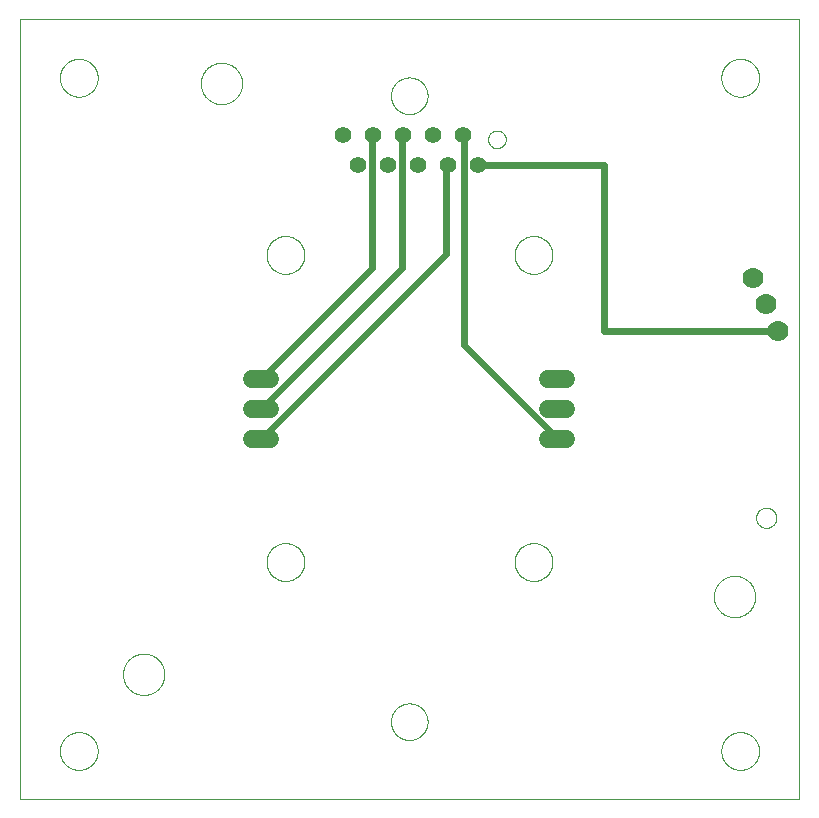
<source format=gbl>
G75*
%MOIN*%
%OFA0B0*%
%FSLAX25Y25*%
%IPPOS*%
%LPD*%
%AMOC8*
5,1,8,0,0,1.08239X$1,22.5*
%
%ADD10C,0.00000*%
%ADD11C,0.06000*%
%ADD12C,0.07000*%
%ADD13C,0.05600*%
%ADD14C,0.02400*%
D10*
X0001000Y0001000D02*
X0001000Y0260724D01*
X0260921Y0260882D01*
X0260921Y0001000D01*
X0001000Y0001000D01*
X0014465Y0016827D02*
X0014467Y0016985D01*
X0014473Y0017143D01*
X0014483Y0017301D01*
X0014497Y0017459D01*
X0014515Y0017616D01*
X0014536Y0017773D01*
X0014562Y0017929D01*
X0014592Y0018085D01*
X0014625Y0018240D01*
X0014663Y0018393D01*
X0014704Y0018546D01*
X0014749Y0018698D01*
X0014798Y0018849D01*
X0014851Y0018998D01*
X0014907Y0019146D01*
X0014967Y0019292D01*
X0015031Y0019437D01*
X0015099Y0019580D01*
X0015170Y0019722D01*
X0015244Y0019862D01*
X0015322Y0019999D01*
X0015404Y0020135D01*
X0015488Y0020269D01*
X0015577Y0020400D01*
X0015668Y0020529D01*
X0015763Y0020656D01*
X0015860Y0020781D01*
X0015961Y0020903D01*
X0016065Y0021022D01*
X0016172Y0021139D01*
X0016282Y0021253D01*
X0016395Y0021364D01*
X0016510Y0021473D01*
X0016628Y0021578D01*
X0016749Y0021680D01*
X0016872Y0021780D01*
X0016998Y0021876D01*
X0017126Y0021969D01*
X0017256Y0022059D01*
X0017389Y0022145D01*
X0017524Y0022229D01*
X0017660Y0022308D01*
X0017799Y0022385D01*
X0017940Y0022457D01*
X0018082Y0022527D01*
X0018226Y0022592D01*
X0018372Y0022654D01*
X0018519Y0022712D01*
X0018668Y0022767D01*
X0018818Y0022818D01*
X0018969Y0022865D01*
X0019121Y0022908D01*
X0019274Y0022947D01*
X0019429Y0022983D01*
X0019584Y0023014D01*
X0019740Y0023042D01*
X0019896Y0023066D01*
X0020053Y0023086D01*
X0020211Y0023102D01*
X0020368Y0023114D01*
X0020527Y0023122D01*
X0020685Y0023126D01*
X0020843Y0023126D01*
X0021001Y0023122D01*
X0021160Y0023114D01*
X0021317Y0023102D01*
X0021475Y0023086D01*
X0021632Y0023066D01*
X0021788Y0023042D01*
X0021944Y0023014D01*
X0022099Y0022983D01*
X0022254Y0022947D01*
X0022407Y0022908D01*
X0022559Y0022865D01*
X0022710Y0022818D01*
X0022860Y0022767D01*
X0023009Y0022712D01*
X0023156Y0022654D01*
X0023302Y0022592D01*
X0023446Y0022527D01*
X0023588Y0022457D01*
X0023729Y0022385D01*
X0023868Y0022308D01*
X0024004Y0022229D01*
X0024139Y0022145D01*
X0024272Y0022059D01*
X0024402Y0021969D01*
X0024530Y0021876D01*
X0024656Y0021780D01*
X0024779Y0021680D01*
X0024900Y0021578D01*
X0025018Y0021473D01*
X0025133Y0021364D01*
X0025246Y0021253D01*
X0025356Y0021139D01*
X0025463Y0021022D01*
X0025567Y0020903D01*
X0025668Y0020781D01*
X0025765Y0020656D01*
X0025860Y0020529D01*
X0025951Y0020400D01*
X0026040Y0020269D01*
X0026124Y0020135D01*
X0026206Y0019999D01*
X0026284Y0019862D01*
X0026358Y0019722D01*
X0026429Y0019580D01*
X0026497Y0019437D01*
X0026561Y0019292D01*
X0026621Y0019146D01*
X0026677Y0018998D01*
X0026730Y0018849D01*
X0026779Y0018698D01*
X0026824Y0018546D01*
X0026865Y0018393D01*
X0026903Y0018240D01*
X0026936Y0018085D01*
X0026966Y0017929D01*
X0026992Y0017773D01*
X0027013Y0017616D01*
X0027031Y0017459D01*
X0027045Y0017301D01*
X0027055Y0017143D01*
X0027061Y0016985D01*
X0027063Y0016827D01*
X0027061Y0016669D01*
X0027055Y0016511D01*
X0027045Y0016353D01*
X0027031Y0016195D01*
X0027013Y0016038D01*
X0026992Y0015881D01*
X0026966Y0015725D01*
X0026936Y0015569D01*
X0026903Y0015414D01*
X0026865Y0015261D01*
X0026824Y0015108D01*
X0026779Y0014956D01*
X0026730Y0014805D01*
X0026677Y0014656D01*
X0026621Y0014508D01*
X0026561Y0014362D01*
X0026497Y0014217D01*
X0026429Y0014074D01*
X0026358Y0013932D01*
X0026284Y0013792D01*
X0026206Y0013655D01*
X0026124Y0013519D01*
X0026040Y0013385D01*
X0025951Y0013254D01*
X0025860Y0013125D01*
X0025765Y0012998D01*
X0025668Y0012873D01*
X0025567Y0012751D01*
X0025463Y0012632D01*
X0025356Y0012515D01*
X0025246Y0012401D01*
X0025133Y0012290D01*
X0025018Y0012181D01*
X0024900Y0012076D01*
X0024779Y0011974D01*
X0024656Y0011874D01*
X0024530Y0011778D01*
X0024402Y0011685D01*
X0024272Y0011595D01*
X0024139Y0011509D01*
X0024004Y0011425D01*
X0023868Y0011346D01*
X0023729Y0011269D01*
X0023588Y0011197D01*
X0023446Y0011127D01*
X0023302Y0011062D01*
X0023156Y0011000D01*
X0023009Y0010942D01*
X0022860Y0010887D01*
X0022710Y0010836D01*
X0022559Y0010789D01*
X0022407Y0010746D01*
X0022254Y0010707D01*
X0022099Y0010671D01*
X0021944Y0010640D01*
X0021788Y0010612D01*
X0021632Y0010588D01*
X0021475Y0010568D01*
X0021317Y0010552D01*
X0021160Y0010540D01*
X0021001Y0010532D01*
X0020843Y0010528D01*
X0020685Y0010528D01*
X0020527Y0010532D01*
X0020368Y0010540D01*
X0020211Y0010552D01*
X0020053Y0010568D01*
X0019896Y0010588D01*
X0019740Y0010612D01*
X0019584Y0010640D01*
X0019429Y0010671D01*
X0019274Y0010707D01*
X0019121Y0010746D01*
X0018969Y0010789D01*
X0018818Y0010836D01*
X0018668Y0010887D01*
X0018519Y0010942D01*
X0018372Y0011000D01*
X0018226Y0011062D01*
X0018082Y0011127D01*
X0017940Y0011197D01*
X0017799Y0011269D01*
X0017660Y0011346D01*
X0017524Y0011425D01*
X0017389Y0011509D01*
X0017256Y0011595D01*
X0017126Y0011685D01*
X0016998Y0011778D01*
X0016872Y0011874D01*
X0016749Y0011974D01*
X0016628Y0012076D01*
X0016510Y0012181D01*
X0016395Y0012290D01*
X0016282Y0012401D01*
X0016172Y0012515D01*
X0016065Y0012632D01*
X0015961Y0012751D01*
X0015860Y0012873D01*
X0015763Y0012998D01*
X0015668Y0013125D01*
X0015577Y0013254D01*
X0015488Y0013385D01*
X0015404Y0013519D01*
X0015322Y0013655D01*
X0015244Y0013792D01*
X0015170Y0013932D01*
X0015099Y0014074D01*
X0015031Y0014217D01*
X0014967Y0014362D01*
X0014907Y0014508D01*
X0014851Y0014656D01*
X0014798Y0014805D01*
X0014749Y0014956D01*
X0014704Y0015108D01*
X0014663Y0015261D01*
X0014625Y0015414D01*
X0014592Y0015569D01*
X0014562Y0015725D01*
X0014536Y0015881D01*
X0014515Y0016038D01*
X0014497Y0016195D01*
X0014483Y0016353D01*
X0014473Y0016511D01*
X0014467Y0016669D01*
X0014465Y0016827D01*
X0035504Y0042395D02*
X0035506Y0042564D01*
X0035512Y0042733D01*
X0035523Y0042902D01*
X0035537Y0043070D01*
X0035556Y0043238D01*
X0035579Y0043406D01*
X0035605Y0043573D01*
X0035636Y0043739D01*
X0035671Y0043905D01*
X0035710Y0044069D01*
X0035754Y0044233D01*
X0035801Y0044395D01*
X0035852Y0044556D01*
X0035907Y0044716D01*
X0035966Y0044875D01*
X0036028Y0045032D01*
X0036095Y0045187D01*
X0036166Y0045341D01*
X0036240Y0045493D01*
X0036318Y0045643D01*
X0036399Y0045791D01*
X0036484Y0045937D01*
X0036573Y0046081D01*
X0036665Y0046223D01*
X0036761Y0046362D01*
X0036860Y0046499D01*
X0036962Y0046634D01*
X0037068Y0046766D01*
X0037177Y0046895D01*
X0037289Y0047022D01*
X0037404Y0047146D01*
X0037522Y0047267D01*
X0037643Y0047385D01*
X0037767Y0047500D01*
X0037894Y0047612D01*
X0038023Y0047721D01*
X0038155Y0047827D01*
X0038290Y0047929D01*
X0038427Y0048028D01*
X0038566Y0048124D01*
X0038708Y0048216D01*
X0038852Y0048305D01*
X0038998Y0048390D01*
X0039146Y0048471D01*
X0039296Y0048549D01*
X0039448Y0048623D01*
X0039602Y0048694D01*
X0039757Y0048761D01*
X0039914Y0048823D01*
X0040073Y0048882D01*
X0040233Y0048937D01*
X0040394Y0048988D01*
X0040556Y0049035D01*
X0040720Y0049079D01*
X0040884Y0049118D01*
X0041050Y0049153D01*
X0041216Y0049184D01*
X0041383Y0049210D01*
X0041551Y0049233D01*
X0041719Y0049252D01*
X0041887Y0049266D01*
X0042056Y0049277D01*
X0042225Y0049283D01*
X0042394Y0049285D01*
X0042563Y0049283D01*
X0042732Y0049277D01*
X0042901Y0049266D01*
X0043069Y0049252D01*
X0043237Y0049233D01*
X0043405Y0049210D01*
X0043572Y0049184D01*
X0043738Y0049153D01*
X0043904Y0049118D01*
X0044068Y0049079D01*
X0044232Y0049035D01*
X0044394Y0048988D01*
X0044555Y0048937D01*
X0044715Y0048882D01*
X0044874Y0048823D01*
X0045031Y0048761D01*
X0045186Y0048694D01*
X0045340Y0048623D01*
X0045492Y0048549D01*
X0045642Y0048471D01*
X0045790Y0048390D01*
X0045936Y0048305D01*
X0046080Y0048216D01*
X0046222Y0048124D01*
X0046361Y0048028D01*
X0046498Y0047929D01*
X0046633Y0047827D01*
X0046765Y0047721D01*
X0046894Y0047612D01*
X0047021Y0047500D01*
X0047145Y0047385D01*
X0047266Y0047267D01*
X0047384Y0047146D01*
X0047499Y0047022D01*
X0047611Y0046895D01*
X0047720Y0046766D01*
X0047826Y0046634D01*
X0047928Y0046499D01*
X0048027Y0046362D01*
X0048123Y0046223D01*
X0048215Y0046081D01*
X0048304Y0045937D01*
X0048389Y0045791D01*
X0048470Y0045643D01*
X0048548Y0045493D01*
X0048622Y0045341D01*
X0048693Y0045187D01*
X0048760Y0045032D01*
X0048822Y0044875D01*
X0048881Y0044716D01*
X0048936Y0044556D01*
X0048987Y0044395D01*
X0049034Y0044233D01*
X0049078Y0044069D01*
X0049117Y0043905D01*
X0049152Y0043739D01*
X0049183Y0043573D01*
X0049209Y0043406D01*
X0049232Y0043238D01*
X0049251Y0043070D01*
X0049265Y0042902D01*
X0049276Y0042733D01*
X0049282Y0042564D01*
X0049284Y0042395D01*
X0049282Y0042226D01*
X0049276Y0042057D01*
X0049265Y0041888D01*
X0049251Y0041720D01*
X0049232Y0041552D01*
X0049209Y0041384D01*
X0049183Y0041217D01*
X0049152Y0041051D01*
X0049117Y0040885D01*
X0049078Y0040721D01*
X0049034Y0040557D01*
X0048987Y0040395D01*
X0048936Y0040234D01*
X0048881Y0040074D01*
X0048822Y0039915D01*
X0048760Y0039758D01*
X0048693Y0039603D01*
X0048622Y0039449D01*
X0048548Y0039297D01*
X0048470Y0039147D01*
X0048389Y0038999D01*
X0048304Y0038853D01*
X0048215Y0038709D01*
X0048123Y0038567D01*
X0048027Y0038428D01*
X0047928Y0038291D01*
X0047826Y0038156D01*
X0047720Y0038024D01*
X0047611Y0037895D01*
X0047499Y0037768D01*
X0047384Y0037644D01*
X0047266Y0037523D01*
X0047145Y0037405D01*
X0047021Y0037290D01*
X0046894Y0037178D01*
X0046765Y0037069D01*
X0046633Y0036963D01*
X0046498Y0036861D01*
X0046361Y0036762D01*
X0046222Y0036666D01*
X0046080Y0036574D01*
X0045936Y0036485D01*
X0045790Y0036400D01*
X0045642Y0036319D01*
X0045492Y0036241D01*
X0045340Y0036167D01*
X0045186Y0036096D01*
X0045031Y0036029D01*
X0044874Y0035967D01*
X0044715Y0035908D01*
X0044555Y0035853D01*
X0044394Y0035802D01*
X0044232Y0035755D01*
X0044068Y0035711D01*
X0043904Y0035672D01*
X0043738Y0035637D01*
X0043572Y0035606D01*
X0043405Y0035580D01*
X0043237Y0035557D01*
X0043069Y0035538D01*
X0042901Y0035524D01*
X0042732Y0035513D01*
X0042563Y0035507D01*
X0042394Y0035505D01*
X0042225Y0035507D01*
X0042056Y0035513D01*
X0041887Y0035524D01*
X0041719Y0035538D01*
X0041551Y0035557D01*
X0041383Y0035580D01*
X0041216Y0035606D01*
X0041050Y0035637D01*
X0040884Y0035672D01*
X0040720Y0035711D01*
X0040556Y0035755D01*
X0040394Y0035802D01*
X0040233Y0035853D01*
X0040073Y0035908D01*
X0039914Y0035967D01*
X0039757Y0036029D01*
X0039602Y0036096D01*
X0039448Y0036167D01*
X0039296Y0036241D01*
X0039146Y0036319D01*
X0038998Y0036400D01*
X0038852Y0036485D01*
X0038708Y0036574D01*
X0038566Y0036666D01*
X0038427Y0036762D01*
X0038290Y0036861D01*
X0038155Y0036963D01*
X0038023Y0037069D01*
X0037894Y0037178D01*
X0037767Y0037290D01*
X0037643Y0037405D01*
X0037522Y0037523D01*
X0037404Y0037644D01*
X0037289Y0037768D01*
X0037177Y0037895D01*
X0037068Y0038024D01*
X0036962Y0038156D01*
X0036860Y0038291D01*
X0036761Y0038428D01*
X0036665Y0038567D01*
X0036573Y0038709D01*
X0036484Y0038853D01*
X0036399Y0038999D01*
X0036318Y0039147D01*
X0036240Y0039297D01*
X0036166Y0039449D01*
X0036095Y0039603D01*
X0036028Y0039758D01*
X0035966Y0039915D01*
X0035907Y0040074D01*
X0035852Y0040234D01*
X0035801Y0040395D01*
X0035754Y0040557D01*
X0035710Y0040721D01*
X0035671Y0040885D01*
X0035636Y0041051D01*
X0035605Y0041217D01*
X0035579Y0041384D01*
X0035556Y0041552D01*
X0035537Y0041720D01*
X0035523Y0041888D01*
X0035512Y0042057D01*
X0035506Y0042226D01*
X0035504Y0042395D01*
X0083362Y0079819D02*
X0083364Y0079977D01*
X0083370Y0080135D01*
X0083380Y0080293D01*
X0083394Y0080451D01*
X0083412Y0080608D01*
X0083433Y0080765D01*
X0083459Y0080921D01*
X0083489Y0081077D01*
X0083522Y0081232D01*
X0083560Y0081385D01*
X0083601Y0081538D01*
X0083646Y0081690D01*
X0083695Y0081841D01*
X0083748Y0081990D01*
X0083804Y0082138D01*
X0083864Y0082284D01*
X0083928Y0082429D01*
X0083996Y0082572D01*
X0084067Y0082714D01*
X0084141Y0082854D01*
X0084219Y0082991D01*
X0084301Y0083127D01*
X0084385Y0083261D01*
X0084474Y0083392D01*
X0084565Y0083521D01*
X0084660Y0083648D01*
X0084757Y0083773D01*
X0084858Y0083895D01*
X0084962Y0084014D01*
X0085069Y0084131D01*
X0085179Y0084245D01*
X0085292Y0084356D01*
X0085407Y0084465D01*
X0085525Y0084570D01*
X0085646Y0084672D01*
X0085769Y0084772D01*
X0085895Y0084868D01*
X0086023Y0084961D01*
X0086153Y0085051D01*
X0086286Y0085137D01*
X0086421Y0085221D01*
X0086557Y0085300D01*
X0086696Y0085377D01*
X0086837Y0085449D01*
X0086979Y0085519D01*
X0087123Y0085584D01*
X0087269Y0085646D01*
X0087416Y0085704D01*
X0087565Y0085759D01*
X0087715Y0085810D01*
X0087866Y0085857D01*
X0088018Y0085900D01*
X0088171Y0085939D01*
X0088326Y0085975D01*
X0088481Y0086006D01*
X0088637Y0086034D01*
X0088793Y0086058D01*
X0088950Y0086078D01*
X0089108Y0086094D01*
X0089265Y0086106D01*
X0089424Y0086114D01*
X0089582Y0086118D01*
X0089740Y0086118D01*
X0089898Y0086114D01*
X0090057Y0086106D01*
X0090214Y0086094D01*
X0090372Y0086078D01*
X0090529Y0086058D01*
X0090685Y0086034D01*
X0090841Y0086006D01*
X0090996Y0085975D01*
X0091151Y0085939D01*
X0091304Y0085900D01*
X0091456Y0085857D01*
X0091607Y0085810D01*
X0091757Y0085759D01*
X0091906Y0085704D01*
X0092053Y0085646D01*
X0092199Y0085584D01*
X0092343Y0085519D01*
X0092485Y0085449D01*
X0092626Y0085377D01*
X0092765Y0085300D01*
X0092901Y0085221D01*
X0093036Y0085137D01*
X0093169Y0085051D01*
X0093299Y0084961D01*
X0093427Y0084868D01*
X0093553Y0084772D01*
X0093676Y0084672D01*
X0093797Y0084570D01*
X0093915Y0084465D01*
X0094030Y0084356D01*
X0094143Y0084245D01*
X0094253Y0084131D01*
X0094360Y0084014D01*
X0094464Y0083895D01*
X0094565Y0083773D01*
X0094662Y0083648D01*
X0094757Y0083521D01*
X0094848Y0083392D01*
X0094937Y0083261D01*
X0095021Y0083127D01*
X0095103Y0082991D01*
X0095181Y0082854D01*
X0095255Y0082714D01*
X0095326Y0082572D01*
X0095394Y0082429D01*
X0095458Y0082284D01*
X0095518Y0082138D01*
X0095574Y0081990D01*
X0095627Y0081841D01*
X0095676Y0081690D01*
X0095721Y0081538D01*
X0095762Y0081385D01*
X0095800Y0081232D01*
X0095833Y0081077D01*
X0095863Y0080921D01*
X0095889Y0080765D01*
X0095910Y0080608D01*
X0095928Y0080451D01*
X0095942Y0080293D01*
X0095952Y0080135D01*
X0095958Y0079977D01*
X0095960Y0079819D01*
X0095958Y0079661D01*
X0095952Y0079503D01*
X0095942Y0079345D01*
X0095928Y0079187D01*
X0095910Y0079030D01*
X0095889Y0078873D01*
X0095863Y0078717D01*
X0095833Y0078561D01*
X0095800Y0078406D01*
X0095762Y0078253D01*
X0095721Y0078100D01*
X0095676Y0077948D01*
X0095627Y0077797D01*
X0095574Y0077648D01*
X0095518Y0077500D01*
X0095458Y0077354D01*
X0095394Y0077209D01*
X0095326Y0077066D01*
X0095255Y0076924D01*
X0095181Y0076784D01*
X0095103Y0076647D01*
X0095021Y0076511D01*
X0094937Y0076377D01*
X0094848Y0076246D01*
X0094757Y0076117D01*
X0094662Y0075990D01*
X0094565Y0075865D01*
X0094464Y0075743D01*
X0094360Y0075624D01*
X0094253Y0075507D01*
X0094143Y0075393D01*
X0094030Y0075282D01*
X0093915Y0075173D01*
X0093797Y0075068D01*
X0093676Y0074966D01*
X0093553Y0074866D01*
X0093427Y0074770D01*
X0093299Y0074677D01*
X0093169Y0074587D01*
X0093036Y0074501D01*
X0092901Y0074417D01*
X0092765Y0074338D01*
X0092626Y0074261D01*
X0092485Y0074189D01*
X0092343Y0074119D01*
X0092199Y0074054D01*
X0092053Y0073992D01*
X0091906Y0073934D01*
X0091757Y0073879D01*
X0091607Y0073828D01*
X0091456Y0073781D01*
X0091304Y0073738D01*
X0091151Y0073699D01*
X0090996Y0073663D01*
X0090841Y0073632D01*
X0090685Y0073604D01*
X0090529Y0073580D01*
X0090372Y0073560D01*
X0090214Y0073544D01*
X0090057Y0073532D01*
X0089898Y0073524D01*
X0089740Y0073520D01*
X0089582Y0073520D01*
X0089424Y0073524D01*
X0089265Y0073532D01*
X0089108Y0073544D01*
X0088950Y0073560D01*
X0088793Y0073580D01*
X0088637Y0073604D01*
X0088481Y0073632D01*
X0088326Y0073663D01*
X0088171Y0073699D01*
X0088018Y0073738D01*
X0087866Y0073781D01*
X0087715Y0073828D01*
X0087565Y0073879D01*
X0087416Y0073934D01*
X0087269Y0073992D01*
X0087123Y0074054D01*
X0086979Y0074119D01*
X0086837Y0074189D01*
X0086696Y0074261D01*
X0086557Y0074338D01*
X0086421Y0074417D01*
X0086286Y0074501D01*
X0086153Y0074587D01*
X0086023Y0074677D01*
X0085895Y0074770D01*
X0085769Y0074866D01*
X0085646Y0074966D01*
X0085525Y0075068D01*
X0085407Y0075173D01*
X0085292Y0075282D01*
X0085179Y0075393D01*
X0085069Y0075507D01*
X0084962Y0075624D01*
X0084858Y0075743D01*
X0084757Y0075865D01*
X0084660Y0075990D01*
X0084565Y0076117D01*
X0084474Y0076246D01*
X0084385Y0076377D01*
X0084301Y0076511D01*
X0084219Y0076647D01*
X0084141Y0076784D01*
X0084067Y0076924D01*
X0083996Y0077066D01*
X0083928Y0077209D01*
X0083864Y0077354D01*
X0083804Y0077500D01*
X0083748Y0077648D01*
X0083695Y0077797D01*
X0083646Y0077948D01*
X0083601Y0078100D01*
X0083560Y0078253D01*
X0083522Y0078406D01*
X0083489Y0078561D01*
X0083459Y0078717D01*
X0083433Y0078873D01*
X0083412Y0079030D01*
X0083394Y0079187D01*
X0083380Y0079345D01*
X0083370Y0079503D01*
X0083364Y0079661D01*
X0083362Y0079819D01*
X0124820Y0026591D02*
X0124822Y0026747D01*
X0124828Y0026903D01*
X0124838Y0027058D01*
X0124852Y0027213D01*
X0124870Y0027368D01*
X0124892Y0027522D01*
X0124917Y0027676D01*
X0124947Y0027829D01*
X0124981Y0027981D01*
X0125018Y0028133D01*
X0125059Y0028283D01*
X0125104Y0028432D01*
X0125153Y0028580D01*
X0125206Y0028727D01*
X0125262Y0028872D01*
X0125322Y0029016D01*
X0125386Y0029158D01*
X0125454Y0029299D01*
X0125525Y0029437D01*
X0125599Y0029574D01*
X0125677Y0029709D01*
X0125758Y0029842D01*
X0125843Y0029973D01*
X0125931Y0030102D01*
X0126022Y0030228D01*
X0126117Y0030352D01*
X0126214Y0030473D01*
X0126315Y0030592D01*
X0126419Y0030709D01*
X0126525Y0030822D01*
X0126635Y0030933D01*
X0126747Y0031041D01*
X0126862Y0031146D01*
X0126980Y0031249D01*
X0127100Y0031348D01*
X0127223Y0031444D01*
X0127348Y0031537D01*
X0127475Y0031626D01*
X0127605Y0031713D01*
X0127737Y0031796D01*
X0127871Y0031875D01*
X0128007Y0031952D01*
X0128145Y0032024D01*
X0128284Y0032094D01*
X0128426Y0032159D01*
X0128569Y0032221D01*
X0128713Y0032279D01*
X0128859Y0032334D01*
X0129007Y0032385D01*
X0129155Y0032432D01*
X0129305Y0032475D01*
X0129456Y0032514D01*
X0129608Y0032550D01*
X0129760Y0032581D01*
X0129914Y0032609D01*
X0130068Y0032633D01*
X0130222Y0032653D01*
X0130377Y0032669D01*
X0130533Y0032681D01*
X0130688Y0032689D01*
X0130844Y0032693D01*
X0131000Y0032693D01*
X0131156Y0032689D01*
X0131311Y0032681D01*
X0131467Y0032669D01*
X0131622Y0032653D01*
X0131776Y0032633D01*
X0131930Y0032609D01*
X0132084Y0032581D01*
X0132236Y0032550D01*
X0132388Y0032514D01*
X0132539Y0032475D01*
X0132689Y0032432D01*
X0132837Y0032385D01*
X0132985Y0032334D01*
X0133131Y0032279D01*
X0133275Y0032221D01*
X0133418Y0032159D01*
X0133560Y0032094D01*
X0133699Y0032024D01*
X0133837Y0031952D01*
X0133973Y0031875D01*
X0134107Y0031796D01*
X0134239Y0031713D01*
X0134369Y0031626D01*
X0134496Y0031537D01*
X0134621Y0031444D01*
X0134744Y0031348D01*
X0134864Y0031249D01*
X0134982Y0031146D01*
X0135097Y0031041D01*
X0135209Y0030933D01*
X0135319Y0030822D01*
X0135425Y0030709D01*
X0135529Y0030592D01*
X0135630Y0030473D01*
X0135727Y0030352D01*
X0135822Y0030228D01*
X0135913Y0030102D01*
X0136001Y0029973D01*
X0136086Y0029842D01*
X0136167Y0029709D01*
X0136245Y0029574D01*
X0136319Y0029437D01*
X0136390Y0029299D01*
X0136458Y0029158D01*
X0136522Y0029016D01*
X0136582Y0028872D01*
X0136638Y0028727D01*
X0136691Y0028580D01*
X0136740Y0028432D01*
X0136785Y0028283D01*
X0136826Y0028133D01*
X0136863Y0027981D01*
X0136897Y0027829D01*
X0136927Y0027676D01*
X0136952Y0027522D01*
X0136974Y0027368D01*
X0136992Y0027213D01*
X0137006Y0027058D01*
X0137016Y0026903D01*
X0137022Y0026747D01*
X0137024Y0026591D01*
X0137022Y0026435D01*
X0137016Y0026279D01*
X0137006Y0026124D01*
X0136992Y0025969D01*
X0136974Y0025814D01*
X0136952Y0025660D01*
X0136927Y0025506D01*
X0136897Y0025353D01*
X0136863Y0025201D01*
X0136826Y0025049D01*
X0136785Y0024899D01*
X0136740Y0024750D01*
X0136691Y0024602D01*
X0136638Y0024455D01*
X0136582Y0024310D01*
X0136522Y0024166D01*
X0136458Y0024024D01*
X0136390Y0023883D01*
X0136319Y0023745D01*
X0136245Y0023608D01*
X0136167Y0023473D01*
X0136086Y0023340D01*
X0136001Y0023209D01*
X0135913Y0023080D01*
X0135822Y0022954D01*
X0135727Y0022830D01*
X0135630Y0022709D01*
X0135529Y0022590D01*
X0135425Y0022473D01*
X0135319Y0022360D01*
X0135209Y0022249D01*
X0135097Y0022141D01*
X0134982Y0022036D01*
X0134864Y0021933D01*
X0134744Y0021834D01*
X0134621Y0021738D01*
X0134496Y0021645D01*
X0134369Y0021556D01*
X0134239Y0021469D01*
X0134107Y0021386D01*
X0133973Y0021307D01*
X0133837Y0021230D01*
X0133699Y0021158D01*
X0133560Y0021088D01*
X0133418Y0021023D01*
X0133275Y0020961D01*
X0133131Y0020903D01*
X0132985Y0020848D01*
X0132837Y0020797D01*
X0132689Y0020750D01*
X0132539Y0020707D01*
X0132388Y0020668D01*
X0132236Y0020632D01*
X0132084Y0020601D01*
X0131930Y0020573D01*
X0131776Y0020549D01*
X0131622Y0020529D01*
X0131467Y0020513D01*
X0131311Y0020501D01*
X0131156Y0020493D01*
X0131000Y0020489D01*
X0130844Y0020489D01*
X0130688Y0020493D01*
X0130533Y0020501D01*
X0130377Y0020513D01*
X0130222Y0020529D01*
X0130068Y0020549D01*
X0129914Y0020573D01*
X0129760Y0020601D01*
X0129608Y0020632D01*
X0129456Y0020668D01*
X0129305Y0020707D01*
X0129155Y0020750D01*
X0129007Y0020797D01*
X0128859Y0020848D01*
X0128713Y0020903D01*
X0128569Y0020961D01*
X0128426Y0021023D01*
X0128284Y0021088D01*
X0128145Y0021158D01*
X0128007Y0021230D01*
X0127871Y0021307D01*
X0127737Y0021386D01*
X0127605Y0021469D01*
X0127475Y0021556D01*
X0127348Y0021645D01*
X0127223Y0021738D01*
X0127100Y0021834D01*
X0126980Y0021933D01*
X0126862Y0022036D01*
X0126747Y0022141D01*
X0126635Y0022249D01*
X0126525Y0022360D01*
X0126419Y0022473D01*
X0126315Y0022590D01*
X0126214Y0022709D01*
X0126117Y0022830D01*
X0126022Y0022954D01*
X0125931Y0023080D01*
X0125843Y0023209D01*
X0125758Y0023340D01*
X0125677Y0023473D01*
X0125599Y0023608D01*
X0125525Y0023745D01*
X0125454Y0023883D01*
X0125386Y0024024D01*
X0125322Y0024166D01*
X0125262Y0024310D01*
X0125206Y0024455D01*
X0125153Y0024602D01*
X0125104Y0024750D01*
X0125059Y0024899D01*
X0125018Y0025049D01*
X0124981Y0025201D01*
X0124947Y0025353D01*
X0124917Y0025506D01*
X0124892Y0025660D01*
X0124870Y0025814D01*
X0124852Y0025969D01*
X0124838Y0026124D01*
X0124828Y0026279D01*
X0124822Y0026435D01*
X0124820Y0026591D01*
X0166040Y0079819D02*
X0166042Y0079977D01*
X0166048Y0080135D01*
X0166058Y0080293D01*
X0166072Y0080451D01*
X0166090Y0080608D01*
X0166111Y0080765D01*
X0166137Y0080921D01*
X0166167Y0081077D01*
X0166200Y0081232D01*
X0166238Y0081385D01*
X0166279Y0081538D01*
X0166324Y0081690D01*
X0166373Y0081841D01*
X0166426Y0081990D01*
X0166482Y0082138D01*
X0166542Y0082284D01*
X0166606Y0082429D01*
X0166674Y0082572D01*
X0166745Y0082714D01*
X0166819Y0082854D01*
X0166897Y0082991D01*
X0166979Y0083127D01*
X0167063Y0083261D01*
X0167152Y0083392D01*
X0167243Y0083521D01*
X0167338Y0083648D01*
X0167435Y0083773D01*
X0167536Y0083895D01*
X0167640Y0084014D01*
X0167747Y0084131D01*
X0167857Y0084245D01*
X0167970Y0084356D01*
X0168085Y0084465D01*
X0168203Y0084570D01*
X0168324Y0084672D01*
X0168447Y0084772D01*
X0168573Y0084868D01*
X0168701Y0084961D01*
X0168831Y0085051D01*
X0168964Y0085137D01*
X0169099Y0085221D01*
X0169235Y0085300D01*
X0169374Y0085377D01*
X0169515Y0085449D01*
X0169657Y0085519D01*
X0169801Y0085584D01*
X0169947Y0085646D01*
X0170094Y0085704D01*
X0170243Y0085759D01*
X0170393Y0085810D01*
X0170544Y0085857D01*
X0170696Y0085900D01*
X0170849Y0085939D01*
X0171004Y0085975D01*
X0171159Y0086006D01*
X0171315Y0086034D01*
X0171471Y0086058D01*
X0171628Y0086078D01*
X0171786Y0086094D01*
X0171943Y0086106D01*
X0172102Y0086114D01*
X0172260Y0086118D01*
X0172418Y0086118D01*
X0172576Y0086114D01*
X0172735Y0086106D01*
X0172892Y0086094D01*
X0173050Y0086078D01*
X0173207Y0086058D01*
X0173363Y0086034D01*
X0173519Y0086006D01*
X0173674Y0085975D01*
X0173829Y0085939D01*
X0173982Y0085900D01*
X0174134Y0085857D01*
X0174285Y0085810D01*
X0174435Y0085759D01*
X0174584Y0085704D01*
X0174731Y0085646D01*
X0174877Y0085584D01*
X0175021Y0085519D01*
X0175163Y0085449D01*
X0175304Y0085377D01*
X0175443Y0085300D01*
X0175579Y0085221D01*
X0175714Y0085137D01*
X0175847Y0085051D01*
X0175977Y0084961D01*
X0176105Y0084868D01*
X0176231Y0084772D01*
X0176354Y0084672D01*
X0176475Y0084570D01*
X0176593Y0084465D01*
X0176708Y0084356D01*
X0176821Y0084245D01*
X0176931Y0084131D01*
X0177038Y0084014D01*
X0177142Y0083895D01*
X0177243Y0083773D01*
X0177340Y0083648D01*
X0177435Y0083521D01*
X0177526Y0083392D01*
X0177615Y0083261D01*
X0177699Y0083127D01*
X0177781Y0082991D01*
X0177859Y0082854D01*
X0177933Y0082714D01*
X0178004Y0082572D01*
X0178072Y0082429D01*
X0178136Y0082284D01*
X0178196Y0082138D01*
X0178252Y0081990D01*
X0178305Y0081841D01*
X0178354Y0081690D01*
X0178399Y0081538D01*
X0178440Y0081385D01*
X0178478Y0081232D01*
X0178511Y0081077D01*
X0178541Y0080921D01*
X0178567Y0080765D01*
X0178588Y0080608D01*
X0178606Y0080451D01*
X0178620Y0080293D01*
X0178630Y0080135D01*
X0178636Y0079977D01*
X0178638Y0079819D01*
X0178636Y0079661D01*
X0178630Y0079503D01*
X0178620Y0079345D01*
X0178606Y0079187D01*
X0178588Y0079030D01*
X0178567Y0078873D01*
X0178541Y0078717D01*
X0178511Y0078561D01*
X0178478Y0078406D01*
X0178440Y0078253D01*
X0178399Y0078100D01*
X0178354Y0077948D01*
X0178305Y0077797D01*
X0178252Y0077648D01*
X0178196Y0077500D01*
X0178136Y0077354D01*
X0178072Y0077209D01*
X0178004Y0077066D01*
X0177933Y0076924D01*
X0177859Y0076784D01*
X0177781Y0076647D01*
X0177699Y0076511D01*
X0177615Y0076377D01*
X0177526Y0076246D01*
X0177435Y0076117D01*
X0177340Y0075990D01*
X0177243Y0075865D01*
X0177142Y0075743D01*
X0177038Y0075624D01*
X0176931Y0075507D01*
X0176821Y0075393D01*
X0176708Y0075282D01*
X0176593Y0075173D01*
X0176475Y0075068D01*
X0176354Y0074966D01*
X0176231Y0074866D01*
X0176105Y0074770D01*
X0175977Y0074677D01*
X0175847Y0074587D01*
X0175714Y0074501D01*
X0175579Y0074417D01*
X0175443Y0074338D01*
X0175304Y0074261D01*
X0175163Y0074189D01*
X0175021Y0074119D01*
X0174877Y0074054D01*
X0174731Y0073992D01*
X0174584Y0073934D01*
X0174435Y0073879D01*
X0174285Y0073828D01*
X0174134Y0073781D01*
X0173982Y0073738D01*
X0173829Y0073699D01*
X0173674Y0073663D01*
X0173519Y0073632D01*
X0173363Y0073604D01*
X0173207Y0073580D01*
X0173050Y0073560D01*
X0172892Y0073544D01*
X0172735Y0073532D01*
X0172576Y0073524D01*
X0172418Y0073520D01*
X0172260Y0073520D01*
X0172102Y0073524D01*
X0171943Y0073532D01*
X0171786Y0073544D01*
X0171628Y0073560D01*
X0171471Y0073580D01*
X0171315Y0073604D01*
X0171159Y0073632D01*
X0171004Y0073663D01*
X0170849Y0073699D01*
X0170696Y0073738D01*
X0170544Y0073781D01*
X0170393Y0073828D01*
X0170243Y0073879D01*
X0170094Y0073934D01*
X0169947Y0073992D01*
X0169801Y0074054D01*
X0169657Y0074119D01*
X0169515Y0074189D01*
X0169374Y0074261D01*
X0169235Y0074338D01*
X0169099Y0074417D01*
X0168964Y0074501D01*
X0168831Y0074587D01*
X0168701Y0074677D01*
X0168573Y0074770D01*
X0168447Y0074866D01*
X0168324Y0074966D01*
X0168203Y0075068D01*
X0168085Y0075173D01*
X0167970Y0075282D01*
X0167857Y0075393D01*
X0167747Y0075507D01*
X0167640Y0075624D01*
X0167536Y0075743D01*
X0167435Y0075865D01*
X0167338Y0075990D01*
X0167243Y0076117D01*
X0167152Y0076246D01*
X0167063Y0076377D01*
X0166979Y0076511D01*
X0166897Y0076647D01*
X0166819Y0076784D01*
X0166745Y0076924D01*
X0166674Y0077066D01*
X0166606Y0077209D01*
X0166542Y0077354D01*
X0166482Y0077500D01*
X0166426Y0077648D01*
X0166373Y0077797D01*
X0166324Y0077948D01*
X0166279Y0078100D01*
X0166238Y0078253D01*
X0166200Y0078406D01*
X0166167Y0078561D01*
X0166137Y0078717D01*
X0166111Y0078873D01*
X0166090Y0079030D01*
X0166072Y0079187D01*
X0166058Y0079345D01*
X0166048Y0079503D01*
X0166042Y0079661D01*
X0166040Y0079819D01*
X0232457Y0068324D02*
X0232459Y0068493D01*
X0232465Y0068662D01*
X0232476Y0068831D01*
X0232490Y0068999D01*
X0232509Y0069167D01*
X0232532Y0069335D01*
X0232558Y0069502D01*
X0232589Y0069668D01*
X0232624Y0069834D01*
X0232663Y0069998D01*
X0232707Y0070162D01*
X0232754Y0070324D01*
X0232805Y0070485D01*
X0232860Y0070645D01*
X0232919Y0070804D01*
X0232981Y0070961D01*
X0233048Y0071116D01*
X0233119Y0071270D01*
X0233193Y0071422D01*
X0233271Y0071572D01*
X0233352Y0071720D01*
X0233437Y0071866D01*
X0233526Y0072010D01*
X0233618Y0072152D01*
X0233714Y0072291D01*
X0233813Y0072428D01*
X0233915Y0072563D01*
X0234021Y0072695D01*
X0234130Y0072824D01*
X0234242Y0072951D01*
X0234357Y0073075D01*
X0234475Y0073196D01*
X0234596Y0073314D01*
X0234720Y0073429D01*
X0234847Y0073541D01*
X0234976Y0073650D01*
X0235108Y0073756D01*
X0235243Y0073858D01*
X0235380Y0073957D01*
X0235519Y0074053D01*
X0235661Y0074145D01*
X0235805Y0074234D01*
X0235951Y0074319D01*
X0236099Y0074400D01*
X0236249Y0074478D01*
X0236401Y0074552D01*
X0236555Y0074623D01*
X0236710Y0074690D01*
X0236867Y0074752D01*
X0237026Y0074811D01*
X0237186Y0074866D01*
X0237347Y0074917D01*
X0237509Y0074964D01*
X0237673Y0075008D01*
X0237837Y0075047D01*
X0238003Y0075082D01*
X0238169Y0075113D01*
X0238336Y0075139D01*
X0238504Y0075162D01*
X0238672Y0075181D01*
X0238840Y0075195D01*
X0239009Y0075206D01*
X0239178Y0075212D01*
X0239347Y0075214D01*
X0239516Y0075212D01*
X0239685Y0075206D01*
X0239854Y0075195D01*
X0240022Y0075181D01*
X0240190Y0075162D01*
X0240358Y0075139D01*
X0240525Y0075113D01*
X0240691Y0075082D01*
X0240857Y0075047D01*
X0241021Y0075008D01*
X0241185Y0074964D01*
X0241347Y0074917D01*
X0241508Y0074866D01*
X0241668Y0074811D01*
X0241827Y0074752D01*
X0241984Y0074690D01*
X0242139Y0074623D01*
X0242293Y0074552D01*
X0242445Y0074478D01*
X0242595Y0074400D01*
X0242743Y0074319D01*
X0242889Y0074234D01*
X0243033Y0074145D01*
X0243175Y0074053D01*
X0243314Y0073957D01*
X0243451Y0073858D01*
X0243586Y0073756D01*
X0243718Y0073650D01*
X0243847Y0073541D01*
X0243974Y0073429D01*
X0244098Y0073314D01*
X0244219Y0073196D01*
X0244337Y0073075D01*
X0244452Y0072951D01*
X0244564Y0072824D01*
X0244673Y0072695D01*
X0244779Y0072563D01*
X0244881Y0072428D01*
X0244980Y0072291D01*
X0245076Y0072152D01*
X0245168Y0072010D01*
X0245257Y0071866D01*
X0245342Y0071720D01*
X0245423Y0071572D01*
X0245501Y0071422D01*
X0245575Y0071270D01*
X0245646Y0071116D01*
X0245713Y0070961D01*
X0245775Y0070804D01*
X0245834Y0070645D01*
X0245889Y0070485D01*
X0245940Y0070324D01*
X0245987Y0070162D01*
X0246031Y0069998D01*
X0246070Y0069834D01*
X0246105Y0069668D01*
X0246136Y0069502D01*
X0246162Y0069335D01*
X0246185Y0069167D01*
X0246204Y0068999D01*
X0246218Y0068831D01*
X0246229Y0068662D01*
X0246235Y0068493D01*
X0246237Y0068324D01*
X0246235Y0068155D01*
X0246229Y0067986D01*
X0246218Y0067817D01*
X0246204Y0067649D01*
X0246185Y0067481D01*
X0246162Y0067313D01*
X0246136Y0067146D01*
X0246105Y0066980D01*
X0246070Y0066814D01*
X0246031Y0066650D01*
X0245987Y0066486D01*
X0245940Y0066324D01*
X0245889Y0066163D01*
X0245834Y0066003D01*
X0245775Y0065844D01*
X0245713Y0065687D01*
X0245646Y0065532D01*
X0245575Y0065378D01*
X0245501Y0065226D01*
X0245423Y0065076D01*
X0245342Y0064928D01*
X0245257Y0064782D01*
X0245168Y0064638D01*
X0245076Y0064496D01*
X0244980Y0064357D01*
X0244881Y0064220D01*
X0244779Y0064085D01*
X0244673Y0063953D01*
X0244564Y0063824D01*
X0244452Y0063697D01*
X0244337Y0063573D01*
X0244219Y0063452D01*
X0244098Y0063334D01*
X0243974Y0063219D01*
X0243847Y0063107D01*
X0243718Y0062998D01*
X0243586Y0062892D01*
X0243451Y0062790D01*
X0243314Y0062691D01*
X0243175Y0062595D01*
X0243033Y0062503D01*
X0242889Y0062414D01*
X0242743Y0062329D01*
X0242595Y0062248D01*
X0242445Y0062170D01*
X0242293Y0062096D01*
X0242139Y0062025D01*
X0241984Y0061958D01*
X0241827Y0061896D01*
X0241668Y0061837D01*
X0241508Y0061782D01*
X0241347Y0061731D01*
X0241185Y0061684D01*
X0241021Y0061640D01*
X0240857Y0061601D01*
X0240691Y0061566D01*
X0240525Y0061535D01*
X0240358Y0061509D01*
X0240190Y0061486D01*
X0240022Y0061467D01*
X0239854Y0061453D01*
X0239685Y0061442D01*
X0239516Y0061436D01*
X0239347Y0061434D01*
X0239178Y0061436D01*
X0239009Y0061442D01*
X0238840Y0061453D01*
X0238672Y0061467D01*
X0238504Y0061486D01*
X0238336Y0061509D01*
X0238169Y0061535D01*
X0238003Y0061566D01*
X0237837Y0061601D01*
X0237673Y0061640D01*
X0237509Y0061684D01*
X0237347Y0061731D01*
X0237186Y0061782D01*
X0237026Y0061837D01*
X0236867Y0061896D01*
X0236710Y0061958D01*
X0236555Y0062025D01*
X0236401Y0062096D01*
X0236249Y0062170D01*
X0236099Y0062248D01*
X0235951Y0062329D01*
X0235805Y0062414D01*
X0235661Y0062503D01*
X0235519Y0062595D01*
X0235380Y0062691D01*
X0235243Y0062790D01*
X0235108Y0062892D01*
X0234976Y0062998D01*
X0234847Y0063107D01*
X0234720Y0063219D01*
X0234596Y0063334D01*
X0234475Y0063452D01*
X0234357Y0063573D01*
X0234242Y0063697D01*
X0234130Y0063824D01*
X0234021Y0063953D01*
X0233915Y0064085D01*
X0233813Y0064220D01*
X0233714Y0064357D01*
X0233618Y0064496D01*
X0233526Y0064638D01*
X0233437Y0064782D01*
X0233352Y0064928D01*
X0233271Y0065076D01*
X0233193Y0065226D01*
X0233119Y0065378D01*
X0233048Y0065532D01*
X0232981Y0065687D01*
X0232919Y0065844D01*
X0232860Y0066003D01*
X0232805Y0066163D01*
X0232754Y0066324D01*
X0232707Y0066486D01*
X0232663Y0066650D01*
X0232624Y0066814D01*
X0232589Y0066980D01*
X0232558Y0067146D01*
X0232532Y0067313D01*
X0232509Y0067481D01*
X0232490Y0067649D01*
X0232476Y0067817D01*
X0232465Y0067986D01*
X0232459Y0068155D01*
X0232457Y0068324D01*
X0246548Y0094548D02*
X0246550Y0094663D01*
X0246556Y0094779D01*
X0246566Y0094894D01*
X0246580Y0095009D01*
X0246598Y0095123D01*
X0246620Y0095236D01*
X0246645Y0095349D01*
X0246675Y0095460D01*
X0246708Y0095571D01*
X0246745Y0095680D01*
X0246786Y0095788D01*
X0246831Y0095895D01*
X0246879Y0096000D01*
X0246931Y0096103D01*
X0246987Y0096204D01*
X0247046Y0096304D01*
X0247108Y0096401D01*
X0247174Y0096496D01*
X0247242Y0096589D01*
X0247314Y0096679D01*
X0247389Y0096767D01*
X0247468Y0096852D01*
X0247549Y0096934D01*
X0247632Y0097014D01*
X0247719Y0097090D01*
X0247808Y0097164D01*
X0247899Y0097234D01*
X0247993Y0097302D01*
X0248089Y0097366D01*
X0248188Y0097426D01*
X0248288Y0097483D01*
X0248390Y0097537D01*
X0248494Y0097587D01*
X0248600Y0097634D01*
X0248707Y0097677D01*
X0248816Y0097716D01*
X0248926Y0097751D01*
X0249037Y0097782D01*
X0249149Y0097810D01*
X0249262Y0097834D01*
X0249376Y0097854D01*
X0249491Y0097870D01*
X0249606Y0097882D01*
X0249721Y0097890D01*
X0249836Y0097894D01*
X0249952Y0097894D01*
X0250067Y0097890D01*
X0250182Y0097882D01*
X0250297Y0097870D01*
X0250412Y0097854D01*
X0250526Y0097834D01*
X0250639Y0097810D01*
X0250751Y0097782D01*
X0250862Y0097751D01*
X0250972Y0097716D01*
X0251081Y0097677D01*
X0251188Y0097634D01*
X0251294Y0097587D01*
X0251398Y0097537D01*
X0251500Y0097483D01*
X0251600Y0097426D01*
X0251699Y0097366D01*
X0251795Y0097302D01*
X0251889Y0097234D01*
X0251980Y0097164D01*
X0252069Y0097090D01*
X0252156Y0097014D01*
X0252239Y0096934D01*
X0252320Y0096852D01*
X0252399Y0096767D01*
X0252474Y0096679D01*
X0252546Y0096589D01*
X0252614Y0096496D01*
X0252680Y0096401D01*
X0252742Y0096304D01*
X0252801Y0096204D01*
X0252857Y0096103D01*
X0252909Y0096000D01*
X0252957Y0095895D01*
X0253002Y0095788D01*
X0253043Y0095680D01*
X0253080Y0095571D01*
X0253113Y0095460D01*
X0253143Y0095349D01*
X0253168Y0095236D01*
X0253190Y0095123D01*
X0253208Y0095009D01*
X0253222Y0094894D01*
X0253232Y0094779D01*
X0253238Y0094663D01*
X0253240Y0094548D01*
X0253238Y0094433D01*
X0253232Y0094317D01*
X0253222Y0094202D01*
X0253208Y0094087D01*
X0253190Y0093973D01*
X0253168Y0093860D01*
X0253143Y0093747D01*
X0253113Y0093636D01*
X0253080Y0093525D01*
X0253043Y0093416D01*
X0253002Y0093308D01*
X0252957Y0093201D01*
X0252909Y0093096D01*
X0252857Y0092993D01*
X0252801Y0092892D01*
X0252742Y0092792D01*
X0252680Y0092695D01*
X0252614Y0092600D01*
X0252546Y0092507D01*
X0252474Y0092417D01*
X0252399Y0092329D01*
X0252320Y0092244D01*
X0252239Y0092162D01*
X0252156Y0092082D01*
X0252069Y0092006D01*
X0251980Y0091932D01*
X0251889Y0091862D01*
X0251795Y0091794D01*
X0251699Y0091730D01*
X0251600Y0091670D01*
X0251500Y0091613D01*
X0251398Y0091559D01*
X0251294Y0091509D01*
X0251188Y0091462D01*
X0251081Y0091419D01*
X0250972Y0091380D01*
X0250862Y0091345D01*
X0250751Y0091314D01*
X0250639Y0091286D01*
X0250526Y0091262D01*
X0250412Y0091242D01*
X0250297Y0091226D01*
X0250182Y0091214D01*
X0250067Y0091206D01*
X0249952Y0091202D01*
X0249836Y0091202D01*
X0249721Y0091206D01*
X0249606Y0091214D01*
X0249491Y0091226D01*
X0249376Y0091242D01*
X0249262Y0091262D01*
X0249149Y0091286D01*
X0249037Y0091314D01*
X0248926Y0091345D01*
X0248816Y0091380D01*
X0248707Y0091419D01*
X0248600Y0091462D01*
X0248494Y0091509D01*
X0248390Y0091559D01*
X0248288Y0091613D01*
X0248188Y0091670D01*
X0248089Y0091730D01*
X0247993Y0091794D01*
X0247899Y0091862D01*
X0247808Y0091932D01*
X0247719Y0092006D01*
X0247632Y0092082D01*
X0247549Y0092162D01*
X0247468Y0092244D01*
X0247389Y0092329D01*
X0247314Y0092417D01*
X0247242Y0092507D01*
X0247174Y0092600D01*
X0247108Y0092695D01*
X0247046Y0092792D01*
X0246987Y0092892D01*
X0246931Y0092993D01*
X0246879Y0093096D01*
X0246831Y0093201D01*
X0246786Y0093308D01*
X0246745Y0093416D01*
X0246708Y0093525D01*
X0246675Y0093636D01*
X0246645Y0093747D01*
X0246620Y0093860D01*
X0246598Y0093973D01*
X0246580Y0094087D01*
X0246566Y0094202D01*
X0246556Y0094317D01*
X0246550Y0094433D01*
X0246548Y0094548D01*
X0234937Y0016827D02*
X0234939Y0016985D01*
X0234945Y0017143D01*
X0234955Y0017301D01*
X0234969Y0017459D01*
X0234987Y0017616D01*
X0235008Y0017773D01*
X0235034Y0017929D01*
X0235064Y0018085D01*
X0235097Y0018240D01*
X0235135Y0018393D01*
X0235176Y0018546D01*
X0235221Y0018698D01*
X0235270Y0018849D01*
X0235323Y0018998D01*
X0235379Y0019146D01*
X0235439Y0019292D01*
X0235503Y0019437D01*
X0235571Y0019580D01*
X0235642Y0019722D01*
X0235716Y0019862D01*
X0235794Y0019999D01*
X0235876Y0020135D01*
X0235960Y0020269D01*
X0236049Y0020400D01*
X0236140Y0020529D01*
X0236235Y0020656D01*
X0236332Y0020781D01*
X0236433Y0020903D01*
X0236537Y0021022D01*
X0236644Y0021139D01*
X0236754Y0021253D01*
X0236867Y0021364D01*
X0236982Y0021473D01*
X0237100Y0021578D01*
X0237221Y0021680D01*
X0237344Y0021780D01*
X0237470Y0021876D01*
X0237598Y0021969D01*
X0237728Y0022059D01*
X0237861Y0022145D01*
X0237996Y0022229D01*
X0238132Y0022308D01*
X0238271Y0022385D01*
X0238412Y0022457D01*
X0238554Y0022527D01*
X0238698Y0022592D01*
X0238844Y0022654D01*
X0238991Y0022712D01*
X0239140Y0022767D01*
X0239290Y0022818D01*
X0239441Y0022865D01*
X0239593Y0022908D01*
X0239746Y0022947D01*
X0239901Y0022983D01*
X0240056Y0023014D01*
X0240212Y0023042D01*
X0240368Y0023066D01*
X0240525Y0023086D01*
X0240683Y0023102D01*
X0240840Y0023114D01*
X0240999Y0023122D01*
X0241157Y0023126D01*
X0241315Y0023126D01*
X0241473Y0023122D01*
X0241632Y0023114D01*
X0241789Y0023102D01*
X0241947Y0023086D01*
X0242104Y0023066D01*
X0242260Y0023042D01*
X0242416Y0023014D01*
X0242571Y0022983D01*
X0242726Y0022947D01*
X0242879Y0022908D01*
X0243031Y0022865D01*
X0243182Y0022818D01*
X0243332Y0022767D01*
X0243481Y0022712D01*
X0243628Y0022654D01*
X0243774Y0022592D01*
X0243918Y0022527D01*
X0244060Y0022457D01*
X0244201Y0022385D01*
X0244340Y0022308D01*
X0244476Y0022229D01*
X0244611Y0022145D01*
X0244744Y0022059D01*
X0244874Y0021969D01*
X0245002Y0021876D01*
X0245128Y0021780D01*
X0245251Y0021680D01*
X0245372Y0021578D01*
X0245490Y0021473D01*
X0245605Y0021364D01*
X0245718Y0021253D01*
X0245828Y0021139D01*
X0245935Y0021022D01*
X0246039Y0020903D01*
X0246140Y0020781D01*
X0246237Y0020656D01*
X0246332Y0020529D01*
X0246423Y0020400D01*
X0246512Y0020269D01*
X0246596Y0020135D01*
X0246678Y0019999D01*
X0246756Y0019862D01*
X0246830Y0019722D01*
X0246901Y0019580D01*
X0246969Y0019437D01*
X0247033Y0019292D01*
X0247093Y0019146D01*
X0247149Y0018998D01*
X0247202Y0018849D01*
X0247251Y0018698D01*
X0247296Y0018546D01*
X0247337Y0018393D01*
X0247375Y0018240D01*
X0247408Y0018085D01*
X0247438Y0017929D01*
X0247464Y0017773D01*
X0247485Y0017616D01*
X0247503Y0017459D01*
X0247517Y0017301D01*
X0247527Y0017143D01*
X0247533Y0016985D01*
X0247535Y0016827D01*
X0247533Y0016669D01*
X0247527Y0016511D01*
X0247517Y0016353D01*
X0247503Y0016195D01*
X0247485Y0016038D01*
X0247464Y0015881D01*
X0247438Y0015725D01*
X0247408Y0015569D01*
X0247375Y0015414D01*
X0247337Y0015261D01*
X0247296Y0015108D01*
X0247251Y0014956D01*
X0247202Y0014805D01*
X0247149Y0014656D01*
X0247093Y0014508D01*
X0247033Y0014362D01*
X0246969Y0014217D01*
X0246901Y0014074D01*
X0246830Y0013932D01*
X0246756Y0013792D01*
X0246678Y0013655D01*
X0246596Y0013519D01*
X0246512Y0013385D01*
X0246423Y0013254D01*
X0246332Y0013125D01*
X0246237Y0012998D01*
X0246140Y0012873D01*
X0246039Y0012751D01*
X0245935Y0012632D01*
X0245828Y0012515D01*
X0245718Y0012401D01*
X0245605Y0012290D01*
X0245490Y0012181D01*
X0245372Y0012076D01*
X0245251Y0011974D01*
X0245128Y0011874D01*
X0245002Y0011778D01*
X0244874Y0011685D01*
X0244744Y0011595D01*
X0244611Y0011509D01*
X0244476Y0011425D01*
X0244340Y0011346D01*
X0244201Y0011269D01*
X0244060Y0011197D01*
X0243918Y0011127D01*
X0243774Y0011062D01*
X0243628Y0011000D01*
X0243481Y0010942D01*
X0243332Y0010887D01*
X0243182Y0010836D01*
X0243031Y0010789D01*
X0242879Y0010746D01*
X0242726Y0010707D01*
X0242571Y0010671D01*
X0242416Y0010640D01*
X0242260Y0010612D01*
X0242104Y0010588D01*
X0241947Y0010568D01*
X0241789Y0010552D01*
X0241632Y0010540D01*
X0241473Y0010532D01*
X0241315Y0010528D01*
X0241157Y0010528D01*
X0240999Y0010532D01*
X0240840Y0010540D01*
X0240683Y0010552D01*
X0240525Y0010568D01*
X0240368Y0010588D01*
X0240212Y0010612D01*
X0240056Y0010640D01*
X0239901Y0010671D01*
X0239746Y0010707D01*
X0239593Y0010746D01*
X0239441Y0010789D01*
X0239290Y0010836D01*
X0239140Y0010887D01*
X0238991Y0010942D01*
X0238844Y0011000D01*
X0238698Y0011062D01*
X0238554Y0011127D01*
X0238412Y0011197D01*
X0238271Y0011269D01*
X0238132Y0011346D01*
X0237996Y0011425D01*
X0237861Y0011509D01*
X0237728Y0011595D01*
X0237598Y0011685D01*
X0237470Y0011778D01*
X0237344Y0011874D01*
X0237221Y0011974D01*
X0237100Y0012076D01*
X0236982Y0012181D01*
X0236867Y0012290D01*
X0236754Y0012401D01*
X0236644Y0012515D01*
X0236537Y0012632D01*
X0236433Y0012751D01*
X0236332Y0012873D01*
X0236235Y0012998D01*
X0236140Y0013125D01*
X0236049Y0013254D01*
X0235960Y0013385D01*
X0235876Y0013519D01*
X0235794Y0013655D01*
X0235716Y0013792D01*
X0235642Y0013932D01*
X0235571Y0014074D01*
X0235503Y0014217D01*
X0235439Y0014362D01*
X0235379Y0014508D01*
X0235323Y0014656D01*
X0235270Y0014805D01*
X0235221Y0014956D01*
X0235176Y0015108D01*
X0235135Y0015261D01*
X0235097Y0015414D01*
X0235064Y0015569D01*
X0235034Y0015725D01*
X0235008Y0015881D01*
X0234987Y0016038D01*
X0234969Y0016195D01*
X0234955Y0016353D01*
X0234945Y0016511D01*
X0234939Y0016669D01*
X0234937Y0016827D01*
X0166040Y0182181D02*
X0166042Y0182339D01*
X0166048Y0182497D01*
X0166058Y0182655D01*
X0166072Y0182813D01*
X0166090Y0182970D01*
X0166111Y0183127D01*
X0166137Y0183283D01*
X0166167Y0183439D01*
X0166200Y0183594D01*
X0166238Y0183747D01*
X0166279Y0183900D01*
X0166324Y0184052D01*
X0166373Y0184203D01*
X0166426Y0184352D01*
X0166482Y0184500D01*
X0166542Y0184646D01*
X0166606Y0184791D01*
X0166674Y0184934D01*
X0166745Y0185076D01*
X0166819Y0185216D01*
X0166897Y0185353D01*
X0166979Y0185489D01*
X0167063Y0185623D01*
X0167152Y0185754D01*
X0167243Y0185883D01*
X0167338Y0186010D01*
X0167435Y0186135D01*
X0167536Y0186257D01*
X0167640Y0186376D01*
X0167747Y0186493D01*
X0167857Y0186607D01*
X0167970Y0186718D01*
X0168085Y0186827D01*
X0168203Y0186932D01*
X0168324Y0187034D01*
X0168447Y0187134D01*
X0168573Y0187230D01*
X0168701Y0187323D01*
X0168831Y0187413D01*
X0168964Y0187499D01*
X0169099Y0187583D01*
X0169235Y0187662D01*
X0169374Y0187739D01*
X0169515Y0187811D01*
X0169657Y0187881D01*
X0169801Y0187946D01*
X0169947Y0188008D01*
X0170094Y0188066D01*
X0170243Y0188121D01*
X0170393Y0188172D01*
X0170544Y0188219D01*
X0170696Y0188262D01*
X0170849Y0188301D01*
X0171004Y0188337D01*
X0171159Y0188368D01*
X0171315Y0188396D01*
X0171471Y0188420D01*
X0171628Y0188440D01*
X0171786Y0188456D01*
X0171943Y0188468D01*
X0172102Y0188476D01*
X0172260Y0188480D01*
X0172418Y0188480D01*
X0172576Y0188476D01*
X0172735Y0188468D01*
X0172892Y0188456D01*
X0173050Y0188440D01*
X0173207Y0188420D01*
X0173363Y0188396D01*
X0173519Y0188368D01*
X0173674Y0188337D01*
X0173829Y0188301D01*
X0173982Y0188262D01*
X0174134Y0188219D01*
X0174285Y0188172D01*
X0174435Y0188121D01*
X0174584Y0188066D01*
X0174731Y0188008D01*
X0174877Y0187946D01*
X0175021Y0187881D01*
X0175163Y0187811D01*
X0175304Y0187739D01*
X0175443Y0187662D01*
X0175579Y0187583D01*
X0175714Y0187499D01*
X0175847Y0187413D01*
X0175977Y0187323D01*
X0176105Y0187230D01*
X0176231Y0187134D01*
X0176354Y0187034D01*
X0176475Y0186932D01*
X0176593Y0186827D01*
X0176708Y0186718D01*
X0176821Y0186607D01*
X0176931Y0186493D01*
X0177038Y0186376D01*
X0177142Y0186257D01*
X0177243Y0186135D01*
X0177340Y0186010D01*
X0177435Y0185883D01*
X0177526Y0185754D01*
X0177615Y0185623D01*
X0177699Y0185489D01*
X0177781Y0185353D01*
X0177859Y0185216D01*
X0177933Y0185076D01*
X0178004Y0184934D01*
X0178072Y0184791D01*
X0178136Y0184646D01*
X0178196Y0184500D01*
X0178252Y0184352D01*
X0178305Y0184203D01*
X0178354Y0184052D01*
X0178399Y0183900D01*
X0178440Y0183747D01*
X0178478Y0183594D01*
X0178511Y0183439D01*
X0178541Y0183283D01*
X0178567Y0183127D01*
X0178588Y0182970D01*
X0178606Y0182813D01*
X0178620Y0182655D01*
X0178630Y0182497D01*
X0178636Y0182339D01*
X0178638Y0182181D01*
X0178636Y0182023D01*
X0178630Y0181865D01*
X0178620Y0181707D01*
X0178606Y0181549D01*
X0178588Y0181392D01*
X0178567Y0181235D01*
X0178541Y0181079D01*
X0178511Y0180923D01*
X0178478Y0180768D01*
X0178440Y0180615D01*
X0178399Y0180462D01*
X0178354Y0180310D01*
X0178305Y0180159D01*
X0178252Y0180010D01*
X0178196Y0179862D01*
X0178136Y0179716D01*
X0178072Y0179571D01*
X0178004Y0179428D01*
X0177933Y0179286D01*
X0177859Y0179146D01*
X0177781Y0179009D01*
X0177699Y0178873D01*
X0177615Y0178739D01*
X0177526Y0178608D01*
X0177435Y0178479D01*
X0177340Y0178352D01*
X0177243Y0178227D01*
X0177142Y0178105D01*
X0177038Y0177986D01*
X0176931Y0177869D01*
X0176821Y0177755D01*
X0176708Y0177644D01*
X0176593Y0177535D01*
X0176475Y0177430D01*
X0176354Y0177328D01*
X0176231Y0177228D01*
X0176105Y0177132D01*
X0175977Y0177039D01*
X0175847Y0176949D01*
X0175714Y0176863D01*
X0175579Y0176779D01*
X0175443Y0176700D01*
X0175304Y0176623D01*
X0175163Y0176551D01*
X0175021Y0176481D01*
X0174877Y0176416D01*
X0174731Y0176354D01*
X0174584Y0176296D01*
X0174435Y0176241D01*
X0174285Y0176190D01*
X0174134Y0176143D01*
X0173982Y0176100D01*
X0173829Y0176061D01*
X0173674Y0176025D01*
X0173519Y0175994D01*
X0173363Y0175966D01*
X0173207Y0175942D01*
X0173050Y0175922D01*
X0172892Y0175906D01*
X0172735Y0175894D01*
X0172576Y0175886D01*
X0172418Y0175882D01*
X0172260Y0175882D01*
X0172102Y0175886D01*
X0171943Y0175894D01*
X0171786Y0175906D01*
X0171628Y0175922D01*
X0171471Y0175942D01*
X0171315Y0175966D01*
X0171159Y0175994D01*
X0171004Y0176025D01*
X0170849Y0176061D01*
X0170696Y0176100D01*
X0170544Y0176143D01*
X0170393Y0176190D01*
X0170243Y0176241D01*
X0170094Y0176296D01*
X0169947Y0176354D01*
X0169801Y0176416D01*
X0169657Y0176481D01*
X0169515Y0176551D01*
X0169374Y0176623D01*
X0169235Y0176700D01*
X0169099Y0176779D01*
X0168964Y0176863D01*
X0168831Y0176949D01*
X0168701Y0177039D01*
X0168573Y0177132D01*
X0168447Y0177228D01*
X0168324Y0177328D01*
X0168203Y0177430D01*
X0168085Y0177535D01*
X0167970Y0177644D01*
X0167857Y0177755D01*
X0167747Y0177869D01*
X0167640Y0177986D01*
X0167536Y0178105D01*
X0167435Y0178227D01*
X0167338Y0178352D01*
X0167243Y0178479D01*
X0167152Y0178608D01*
X0167063Y0178739D01*
X0166979Y0178873D01*
X0166897Y0179009D01*
X0166819Y0179146D01*
X0166745Y0179286D01*
X0166674Y0179428D01*
X0166606Y0179571D01*
X0166542Y0179716D01*
X0166482Y0179862D01*
X0166426Y0180010D01*
X0166373Y0180159D01*
X0166324Y0180310D01*
X0166279Y0180462D01*
X0166238Y0180615D01*
X0166200Y0180768D01*
X0166167Y0180923D01*
X0166137Y0181079D01*
X0166111Y0181235D01*
X0166090Y0181392D01*
X0166072Y0181549D01*
X0166058Y0181707D01*
X0166048Y0181865D01*
X0166042Y0182023D01*
X0166040Y0182181D01*
X0157181Y0220705D02*
X0157183Y0220813D01*
X0157189Y0220922D01*
X0157199Y0221030D01*
X0157213Y0221137D01*
X0157231Y0221244D01*
X0157252Y0221351D01*
X0157278Y0221456D01*
X0157308Y0221561D01*
X0157341Y0221664D01*
X0157378Y0221766D01*
X0157419Y0221866D01*
X0157463Y0221965D01*
X0157512Y0222063D01*
X0157563Y0222158D01*
X0157618Y0222251D01*
X0157677Y0222343D01*
X0157739Y0222432D01*
X0157804Y0222519D01*
X0157872Y0222603D01*
X0157943Y0222685D01*
X0158017Y0222764D01*
X0158094Y0222840D01*
X0158174Y0222914D01*
X0158257Y0222984D01*
X0158342Y0223052D01*
X0158429Y0223116D01*
X0158519Y0223177D01*
X0158611Y0223235D01*
X0158705Y0223289D01*
X0158801Y0223340D01*
X0158898Y0223387D01*
X0158998Y0223431D01*
X0159099Y0223471D01*
X0159201Y0223507D01*
X0159304Y0223539D01*
X0159409Y0223568D01*
X0159515Y0223592D01*
X0159621Y0223613D01*
X0159728Y0223630D01*
X0159836Y0223643D01*
X0159944Y0223652D01*
X0160053Y0223657D01*
X0160161Y0223658D01*
X0160270Y0223655D01*
X0160378Y0223648D01*
X0160486Y0223637D01*
X0160593Y0223622D01*
X0160700Y0223603D01*
X0160806Y0223580D01*
X0160911Y0223554D01*
X0161016Y0223523D01*
X0161118Y0223489D01*
X0161220Y0223451D01*
X0161320Y0223409D01*
X0161419Y0223364D01*
X0161516Y0223315D01*
X0161610Y0223262D01*
X0161703Y0223206D01*
X0161794Y0223147D01*
X0161883Y0223084D01*
X0161969Y0223019D01*
X0162053Y0222950D01*
X0162134Y0222878D01*
X0162212Y0222803D01*
X0162288Y0222725D01*
X0162361Y0222644D01*
X0162431Y0222561D01*
X0162497Y0222476D01*
X0162561Y0222388D01*
X0162621Y0222297D01*
X0162678Y0222205D01*
X0162731Y0222110D01*
X0162781Y0222014D01*
X0162827Y0221916D01*
X0162870Y0221816D01*
X0162909Y0221715D01*
X0162944Y0221612D01*
X0162976Y0221509D01*
X0163003Y0221404D01*
X0163027Y0221298D01*
X0163047Y0221191D01*
X0163063Y0221084D01*
X0163075Y0220976D01*
X0163083Y0220868D01*
X0163087Y0220759D01*
X0163087Y0220651D01*
X0163083Y0220542D01*
X0163075Y0220434D01*
X0163063Y0220326D01*
X0163047Y0220219D01*
X0163027Y0220112D01*
X0163003Y0220006D01*
X0162976Y0219901D01*
X0162944Y0219798D01*
X0162909Y0219695D01*
X0162870Y0219594D01*
X0162827Y0219494D01*
X0162781Y0219396D01*
X0162731Y0219300D01*
X0162678Y0219205D01*
X0162621Y0219113D01*
X0162561Y0219022D01*
X0162497Y0218934D01*
X0162431Y0218849D01*
X0162361Y0218766D01*
X0162288Y0218685D01*
X0162212Y0218607D01*
X0162134Y0218532D01*
X0162053Y0218460D01*
X0161969Y0218391D01*
X0161883Y0218326D01*
X0161794Y0218263D01*
X0161703Y0218204D01*
X0161611Y0218148D01*
X0161516Y0218095D01*
X0161419Y0218046D01*
X0161320Y0218001D01*
X0161220Y0217959D01*
X0161118Y0217921D01*
X0161016Y0217887D01*
X0160911Y0217856D01*
X0160806Y0217830D01*
X0160700Y0217807D01*
X0160593Y0217788D01*
X0160486Y0217773D01*
X0160378Y0217762D01*
X0160270Y0217755D01*
X0160161Y0217752D01*
X0160053Y0217753D01*
X0159944Y0217758D01*
X0159836Y0217767D01*
X0159728Y0217780D01*
X0159621Y0217797D01*
X0159515Y0217818D01*
X0159409Y0217842D01*
X0159304Y0217871D01*
X0159201Y0217903D01*
X0159099Y0217939D01*
X0158998Y0217979D01*
X0158898Y0218023D01*
X0158801Y0218070D01*
X0158705Y0218121D01*
X0158611Y0218175D01*
X0158519Y0218233D01*
X0158429Y0218294D01*
X0158342Y0218358D01*
X0158257Y0218426D01*
X0158174Y0218496D01*
X0158094Y0218570D01*
X0158017Y0218646D01*
X0157943Y0218725D01*
X0157872Y0218807D01*
X0157804Y0218891D01*
X0157739Y0218978D01*
X0157677Y0219067D01*
X0157618Y0219159D01*
X0157563Y0219252D01*
X0157512Y0219347D01*
X0157463Y0219445D01*
X0157419Y0219544D01*
X0157378Y0219644D01*
X0157341Y0219746D01*
X0157308Y0219849D01*
X0157278Y0219954D01*
X0157252Y0220059D01*
X0157231Y0220166D01*
X0157213Y0220273D01*
X0157199Y0220380D01*
X0157189Y0220488D01*
X0157183Y0220597D01*
X0157181Y0220705D01*
X0124820Y0235253D02*
X0124822Y0235409D01*
X0124828Y0235565D01*
X0124838Y0235720D01*
X0124852Y0235875D01*
X0124870Y0236030D01*
X0124892Y0236184D01*
X0124917Y0236338D01*
X0124947Y0236491D01*
X0124981Y0236643D01*
X0125018Y0236795D01*
X0125059Y0236945D01*
X0125104Y0237094D01*
X0125153Y0237242D01*
X0125206Y0237389D01*
X0125262Y0237534D01*
X0125322Y0237678D01*
X0125386Y0237820D01*
X0125454Y0237961D01*
X0125525Y0238099D01*
X0125599Y0238236D01*
X0125677Y0238371D01*
X0125758Y0238504D01*
X0125843Y0238635D01*
X0125931Y0238764D01*
X0126022Y0238890D01*
X0126117Y0239014D01*
X0126214Y0239135D01*
X0126315Y0239254D01*
X0126419Y0239371D01*
X0126525Y0239484D01*
X0126635Y0239595D01*
X0126747Y0239703D01*
X0126862Y0239808D01*
X0126980Y0239911D01*
X0127100Y0240010D01*
X0127223Y0240106D01*
X0127348Y0240199D01*
X0127475Y0240288D01*
X0127605Y0240375D01*
X0127737Y0240458D01*
X0127871Y0240537D01*
X0128007Y0240614D01*
X0128145Y0240686D01*
X0128284Y0240756D01*
X0128426Y0240821D01*
X0128569Y0240883D01*
X0128713Y0240941D01*
X0128859Y0240996D01*
X0129007Y0241047D01*
X0129155Y0241094D01*
X0129305Y0241137D01*
X0129456Y0241176D01*
X0129608Y0241212D01*
X0129760Y0241243D01*
X0129914Y0241271D01*
X0130068Y0241295D01*
X0130222Y0241315D01*
X0130377Y0241331D01*
X0130533Y0241343D01*
X0130688Y0241351D01*
X0130844Y0241355D01*
X0131000Y0241355D01*
X0131156Y0241351D01*
X0131311Y0241343D01*
X0131467Y0241331D01*
X0131622Y0241315D01*
X0131776Y0241295D01*
X0131930Y0241271D01*
X0132084Y0241243D01*
X0132236Y0241212D01*
X0132388Y0241176D01*
X0132539Y0241137D01*
X0132689Y0241094D01*
X0132837Y0241047D01*
X0132985Y0240996D01*
X0133131Y0240941D01*
X0133275Y0240883D01*
X0133418Y0240821D01*
X0133560Y0240756D01*
X0133699Y0240686D01*
X0133837Y0240614D01*
X0133973Y0240537D01*
X0134107Y0240458D01*
X0134239Y0240375D01*
X0134369Y0240288D01*
X0134496Y0240199D01*
X0134621Y0240106D01*
X0134744Y0240010D01*
X0134864Y0239911D01*
X0134982Y0239808D01*
X0135097Y0239703D01*
X0135209Y0239595D01*
X0135319Y0239484D01*
X0135425Y0239371D01*
X0135529Y0239254D01*
X0135630Y0239135D01*
X0135727Y0239014D01*
X0135822Y0238890D01*
X0135913Y0238764D01*
X0136001Y0238635D01*
X0136086Y0238504D01*
X0136167Y0238371D01*
X0136245Y0238236D01*
X0136319Y0238099D01*
X0136390Y0237961D01*
X0136458Y0237820D01*
X0136522Y0237678D01*
X0136582Y0237534D01*
X0136638Y0237389D01*
X0136691Y0237242D01*
X0136740Y0237094D01*
X0136785Y0236945D01*
X0136826Y0236795D01*
X0136863Y0236643D01*
X0136897Y0236491D01*
X0136927Y0236338D01*
X0136952Y0236184D01*
X0136974Y0236030D01*
X0136992Y0235875D01*
X0137006Y0235720D01*
X0137016Y0235565D01*
X0137022Y0235409D01*
X0137024Y0235253D01*
X0137022Y0235097D01*
X0137016Y0234941D01*
X0137006Y0234786D01*
X0136992Y0234631D01*
X0136974Y0234476D01*
X0136952Y0234322D01*
X0136927Y0234168D01*
X0136897Y0234015D01*
X0136863Y0233863D01*
X0136826Y0233711D01*
X0136785Y0233561D01*
X0136740Y0233412D01*
X0136691Y0233264D01*
X0136638Y0233117D01*
X0136582Y0232972D01*
X0136522Y0232828D01*
X0136458Y0232686D01*
X0136390Y0232545D01*
X0136319Y0232407D01*
X0136245Y0232270D01*
X0136167Y0232135D01*
X0136086Y0232002D01*
X0136001Y0231871D01*
X0135913Y0231742D01*
X0135822Y0231616D01*
X0135727Y0231492D01*
X0135630Y0231371D01*
X0135529Y0231252D01*
X0135425Y0231135D01*
X0135319Y0231022D01*
X0135209Y0230911D01*
X0135097Y0230803D01*
X0134982Y0230698D01*
X0134864Y0230595D01*
X0134744Y0230496D01*
X0134621Y0230400D01*
X0134496Y0230307D01*
X0134369Y0230218D01*
X0134239Y0230131D01*
X0134107Y0230048D01*
X0133973Y0229969D01*
X0133837Y0229892D01*
X0133699Y0229820D01*
X0133560Y0229750D01*
X0133418Y0229685D01*
X0133275Y0229623D01*
X0133131Y0229565D01*
X0132985Y0229510D01*
X0132837Y0229459D01*
X0132689Y0229412D01*
X0132539Y0229369D01*
X0132388Y0229330D01*
X0132236Y0229294D01*
X0132084Y0229263D01*
X0131930Y0229235D01*
X0131776Y0229211D01*
X0131622Y0229191D01*
X0131467Y0229175D01*
X0131311Y0229163D01*
X0131156Y0229155D01*
X0131000Y0229151D01*
X0130844Y0229151D01*
X0130688Y0229155D01*
X0130533Y0229163D01*
X0130377Y0229175D01*
X0130222Y0229191D01*
X0130068Y0229211D01*
X0129914Y0229235D01*
X0129760Y0229263D01*
X0129608Y0229294D01*
X0129456Y0229330D01*
X0129305Y0229369D01*
X0129155Y0229412D01*
X0129007Y0229459D01*
X0128859Y0229510D01*
X0128713Y0229565D01*
X0128569Y0229623D01*
X0128426Y0229685D01*
X0128284Y0229750D01*
X0128145Y0229820D01*
X0128007Y0229892D01*
X0127871Y0229969D01*
X0127737Y0230048D01*
X0127605Y0230131D01*
X0127475Y0230218D01*
X0127348Y0230307D01*
X0127223Y0230400D01*
X0127100Y0230496D01*
X0126980Y0230595D01*
X0126862Y0230698D01*
X0126747Y0230803D01*
X0126635Y0230911D01*
X0126525Y0231022D01*
X0126419Y0231135D01*
X0126315Y0231252D01*
X0126214Y0231371D01*
X0126117Y0231492D01*
X0126022Y0231616D01*
X0125931Y0231742D01*
X0125843Y0231871D01*
X0125758Y0232002D01*
X0125677Y0232135D01*
X0125599Y0232270D01*
X0125525Y0232407D01*
X0125454Y0232545D01*
X0125386Y0232686D01*
X0125322Y0232828D01*
X0125262Y0232972D01*
X0125206Y0233117D01*
X0125153Y0233264D01*
X0125104Y0233412D01*
X0125059Y0233561D01*
X0125018Y0233711D01*
X0124981Y0233863D01*
X0124947Y0234015D01*
X0124917Y0234168D01*
X0124892Y0234322D01*
X0124870Y0234476D01*
X0124852Y0234631D01*
X0124838Y0234786D01*
X0124828Y0234941D01*
X0124822Y0235097D01*
X0124820Y0235253D01*
X0083362Y0182181D02*
X0083364Y0182339D01*
X0083370Y0182497D01*
X0083380Y0182655D01*
X0083394Y0182813D01*
X0083412Y0182970D01*
X0083433Y0183127D01*
X0083459Y0183283D01*
X0083489Y0183439D01*
X0083522Y0183594D01*
X0083560Y0183747D01*
X0083601Y0183900D01*
X0083646Y0184052D01*
X0083695Y0184203D01*
X0083748Y0184352D01*
X0083804Y0184500D01*
X0083864Y0184646D01*
X0083928Y0184791D01*
X0083996Y0184934D01*
X0084067Y0185076D01*
X0084141Y0185216D01*
X0084219Y0185353D01*
X0084301Y0185489D01*
X0084385Y0185623D01*
X0084474Y0185754D01*
X0084565Y0185883D01*
X0084660Y0186010D01*
X0084757Y0186135D01*
X0084858Y0186257D01*
X0084962Y0186376D01*
X0085069Y0186493D01*
X0085179Y0186607D01*
X0085292Y0186718D01*
X0085407Y0186827D01*
X0085525Y0186932D01*
X0085646Y0187034D01*
X0085769Y0187134D01*
X0085895Y0187230D01*
X0086023Y0187323D01*
X0086153Y0187413D01*
X0086286Y0187499D01*
X0086421Y0187583D01*
X0086557Y0187662D01*
X0086696Y0187739D01*
X0086837Y0187811D01*
X0086979Y0187881D01*
X0087123Y0187946D01*
X0087269Y0188008D01*
X0087416Y0188066D01*
X0087565Y0188121D01*
X0087715Y0188172D01*
X0087866Y0188219D01*
X0088018Y0188262D01*
X0088171Y0188301D01*
X0088326Y0188337D01*
X0088481Y0188368D01*
X0088637Y0188396D01*
X0088793Y0188420D01*
X0088950Y0188440D01*
X0089108Y0188456D01*
X0089265Y0188468D01*
X0089424Y0188476D01*
X0089582Y0188480D01*
X0089740Y0188480D01*
X0089898Y0188476D01*
X0090057Y0188468D01*
X0090214Y0188456D01*
X0090372Y0188440D01*
X0090529Y0188420D01*
X0090685Y0188396D01*
X0090841Y0188368D01*
X0090996Y0188337D01*
X0091151Y0188301D01*
X0091304Y0188262D01*
X0091456Y0188219D01*
X0091607Y0188172D01*
X0091757Y0188121D01*
X0091906Y0188066D01*
X0092053Y0188008D01*
X0092199Y0187946D01*
X0092343Y0187881D01*
X0092485Y0187811D01*
X0092626Y0187739D01*
X0092765Y0187662D01*
X0092901Y0187583D01*
X0093036Y0187499D01*
X0093169Y0187413D01*
X0093299Y0187323D01*
X0093427Y0187230D01*
X0093553Y0187134D01*
X0093676Y0187034D01*
X0093797Y0186932D01*
X0093915Y0186827D01*
X0094030Y0186718D01*
X0094143Y0186607D01*
X0094253Y0186493D01*
X0094360Y0186376D01*
X0094464Y0186257D01*
X0094565Y0186135D01*
X0094662Y0186010D01*
X0094757Y0185883D01*
X0094848Y0185754D01*
X0094937Y0185623D01*
X0095021Y0185489D01*
X0095103Y0185353D01*
X0095181Y0185216D01*
X0095255Y0185076D01*
X0095326Y0184934D01*
X0095394Y0184791D01*
X0095458Y0184646D01*
X0095518Y0184500D01*
X0095574Y0184352D01*
X0095627Y0184203D01*
X0095676Y0184052D01*
X0095721Y0183900D01*
X0095762Y0183747D01*
X0095800Y0183594D01*
X0095833Y0183439D01*
X0095863Y0183283D01*
X0095889Y0183127D01*
X0095910Y0182970D01*
X0095928Y0182813D01*
X0095942Y0182655D01*
X0095952Y0182497D01*
X0095958Y0182339D01*
X0095960Y0182181D01*
X0095958Y0182023D01*
X0095952Y0181865D01*
X0095942Y0181707D01*
X0095928Y0181549D01*
X0095910Y0181392D01*
X0095889Y0181235D01*
X0095863Y0181079D01*
X0095833Y0180923D01*
X0095800Y0180768D01*
X0095762Y0180615D01*
X0095721Y0180462D01*
X0095676Y0180310D01*
X0095627Y0180159D01*
X0095574Y0180010D01*
X0095518Y0179862D01*
X0095458Y0179716D01*
X0095394Y0179571D01*
X0095326Y0179428D01*
X0095255Y0179286D01*
X0095181Y0179146D01*
X0095103Y0179009D01*
X0095021Y0178873D01*
X0094937Y0178739D01*
X0094848Y0178608D01*
X0094757Y0178479D01*
X0094662Y0178352D01*
X0094565Y0178227D01*
X0094464Y0178105D01*
X0094360Y0177986D01*
X0094253Y0177869D01*
X0094143Y0177755D01*
X0094030Y0177644D01*
X0093915Y0177535D01*
X0093797Y0177430D01*
X0093676Y0177328D01*
X0093553Y0177228D01*
X0093427Y0177132D01*
X0093299Y0177039D01*
X0093169Y0176949D01*
X0093036Y0176863D01*
X0092901Y0176779D01*
X0092765Y0176700D01*
X0092626Y0176623D01*
X0092485Y0176551D01*
X0092343Y0176481D01*
X0092199Y0176416D01*
X0092053Y0176354D01*
X0091906Y0176296D01*
X0091757Y0176241D01*
X0091607Y0176190D01*
X0091456Y0176143D01*
X0091304Y0176100D01*
X0091151Y0176061D01*
X0090996Y0176025D01*
X0090841Y0175994D01*
X0090685Y0175966D01*
X0090529Y0175942D01*
X0090372Y0175922D01*
X0090214Y0175906D01*
X0090057Y0175894D01*
X0089898Y0175886D01*
X0089740Y0175882D01*
X0089582Y0175882D01*
X0089424Y0175886D01*
X0089265Y0175894D01*
X0089108Y0175906D01*
X0088950Y0175922D01*
X0088793Y0175942D01*
X0088637Y0175966D01*
X0088481Y0175994D01*
X0088326Y0176025D01*
X0088171Y0176061D01*
X0088018Y0176100D01*
X0087866Y0176143D01*
X0087715Y0176190D01*
X0087565Y0176241D01*
X0087416Y0176296D01*
X0087269Y0176354D01*
X0087123Y0176416D01*
X0086979Y0176481D01*
X0086837Y0176551D01*
X0086696Y0176623D01*
X0086557Y0176700D01*
X0086421Y0176779D01*
X0086286Y0176863D01*
X0086153Y0176949D01*
X0086023Y0177039D01*
X0085895Y0177132D01*
X0085769Y0177228D01*
X0085646Y0177328D01*
X0085525Y0177430D01*
X0085407Y0177535D01*
X0085292Y0177644D01*
X0085179Y0177755D01*
X0085069Y0177869D01*
X0084962Y0177986D01*
X0084858Y0178105D01*
X0084757Y0178227D01*
X0084660Y0178352D01*
X0084565Y0178479D01*
X0084474Y0178608D01*
X0084385Y0178739D01*
X0084301Y0178873D01*
X0084219Y0179009D01*
X0084141Y0179146D01*
X0084067Y0179286D01*
X0083996Y0179428D01*
X0083928Y0179571D01*
X0083864Y0179716D01*
X0083804Y0179862D01*
X0083748Y0180010D01*
X0083695Y0180159D01*
X0083646Y0180310D01*
X0083601Y0180462D01*
X0083560Y0180615D01*
X0083522Y0180768D01*
X0083489Y0180923D01*
X0083459Y0181079D01*
X0083433Y0181235D01*
X0083412Y0181392D01*
X0083394Y0181549D01*
X0083380Y0181707D01*
X0083370Y0181865D01*
X0083364Y0182023D01*
X0083362Y0182181D01*
X0061433Y0239347D02*
X0061435Y0239516D01*
X0061441Y0239685D01*
X0061452Y0239854D01*
X0061466Y0240022D01*
X0061485Y0240190D01*
X0061508Y0240358D01*
X0061534Y0240525D01*
X0061565Y0240691D01*
X0061600Y0240857D01*
X0061639Y0241021D01*
X0061683Y0241185D01*
X0061730Y0241347D01*
X0061781Y0241508D01*
X0061836Y0241668D01*
X0061895Y0241827D01*
X0061957Y0241984D01*
X0062024Y0242139D01*
X0062095Y0242293D01*
X0062169Y0242445D01*
X0062247Y0242595D01*
X0062328Y0242743D01*
X0062413Y0242889D01*
X0062502Y0243033D01*
X0062594Y0243175D01*
X0062690Y0243314D01*
X0062789Y0243451D01*
X0062891Y0243586D01*
X0062997Y0243718D01*
X0063106Y0243847D01*
X0063218Y0243974D01*
X0063333Y0244098D01*
X0063451Y0244219D01*
X0063572Y0244337D01*
X0063696Y0244452D01*
X0063823Y0244564D01*
X0063952Y0244673D01*
X0064084Y0244779D01*
X0064219Y0244881D01*
X0064356Y0244980D01*
X0064495Y0245076D01*
X0064637Y0245168D01*
X0064781Y0245257D01*
X0064927Y0245342D01*
X0065075Y0245423D01*
X0065225Y0245501D01*
X0065377Y0245575D01*
X0065531Y0245646D01*
X0065686Y0245713D01*
X0065843Y0245775D01*
X0066002Y0245834D01*
X0066162Y0245889D01*
X0066323Y0245940D01*
X0066485Y0245987D01*
X0066649Y0246031D01*
X0066813Y0246070D01*
X0066979Y0246105D01*
X0067145Y0246136D01*
X0067312Y0246162D01*
X0067480Y0246185D01*
X0067648Y0246204D01*
X0067816Y0246218D01*
X0067985Y0246229D01*
X0068154Y0246235D01*
X0068323Y0246237D01*
X0068492Y0246235D01*
X0068661Y0246229D01*
X0068830Y0246218D01*
X0068998Y0246204D01*
X0069166Y0246185D01*
X0069334Y0246162D01*
X0069501Y0246136D01*
X0069667Y0246105D01*
X0069833Y0246070D01*
X0069997Y0246031D01*
X0070161Y0245987D01*
X0070323Y0245940D01*
X0070484Y0245889D01*
X0070644Y0245834D01*
X0070803Y0245775D01*
X0070960Y0245713D01*
X0071115Y0245646D01*
X0071269Y0245575D01*
X0071421Y0245501D01*
X0071571Y0245423D01*
X0071719Y0245342D01*
X0071865Y0245257D01*
X0072009Y0245168D01*
X0072151Y0245076D01*
X0072290Y0244980D01*
X0072427Y0244881D01*
X0072562Y0244779D01*
X0072694Y0244673D01*
X0072823Y0244564D01*
X0072950Y0244452D01*
X0073074Y0244337D01*
X0073195Y0244219D01*
X0073313Y0244098D01*
X0073428Y0243974D01*
X0073540Y0243847D01*
X0073649Y0243718D01*
X0073755Y0243586D01*
X0073857Y0243451D01*
X0073956Y0243314D01*
X0074052Y0243175D01*
X0074144Y0243033D01*
X0074233Y0242889D01*
X0074318Y0242743D01*
X0074399Y0242595D01*
X0074477Y0242445D01*
X0074551Y0242293D01*
X0074622Y0242139D01*
X0074689Y0241984D01*
X0074751Y0241827D01*
X0074810Y0241668D01*
X0074865Y0241508D01*
X0074916Y0241347D01*
X0074963Y0241185D01*
X0075007Y0241021D01*
X0075046Y0240857D01*
X0075081Y0240691D01*
X0075112Y0240525D01*
X0075138Y0240358D01*
X0075161Y0240190D01*
X0075180Y0240022D01*
X0075194Y0239854D01*
X0075205Y0239685D01*
X0075211Y0239516D01*
X0075213Y0239347D01*
X0075211Y0239178D01*
X0075205Y0239009D01*
X0075194Y0238840D01*
X0075180Y0238672D01*
X0075161Y0238504D01*
X0075138Y0238336D01*
X0075112Y0238169D01*
X0075081Y0238003D01*
X0075046Y0237837D01*
X0075007Y0237673D01*
X0074963Y0237509D01*
X0074916Y0237347D01*
X0074865Y0237186D01*
X0074810Y0237026D01*
X0074751Y0236867D01*
X0074689Y0236710D01*
X0074622Y0236555D01*
X0074551Y0236401D01*
X0074477Y0236249D01*
X0074399Y0236099D01*
X0074318Y0235951D01*
X0074233Y0235805D01*
X0074144Y0235661D01*
X0074052Y0235519D01*
X0073956Y0235380D01*
X0073857Y0235243D01*
X0073755Y0235108D01*
X0073649Y0234976D01*
X0073540Y0234847D01*
X0073428Y0234720D01*
X0073313Y0234596D01*
X0073195Y0234475D01*
X0073074Y0234357D01*
X0072950Y0234242D01*
X0072823Y0234130D01*
X0072694Y0234021D01*
X0072562Y0233915D01*
X0072427Y0233813D01*
X0072290Y0233714D01*
X0072151Y0233618D01*
X0072009Y0233526D01*
X0071865Y0233437D01*
X0071719Y0233352D01*
X0071571Y0233271D01*
X0071421Y0233193D01*
X0071269Y0233119D01*
X0071115Y0233048D01*
X0070960Y0232981D01*
X0070803Y0232919D01*
X0070644Y0232860D01*
X0070484Y0232805D01*
X0070323Y0232754D01*
X0070161Y0232707D01*
X0069997Y0232663D01*
X0069833Y0232624D01*
X0069667Y0232589D01*
X0069501Y0232558D01*
X0069334Y0232532D01*
X0069166Y0232509D01*
X0068998Y0232490D01*
X0068830Y0232476D01*
X0068661Y0232465D01*
X0068492Y0232459D01*
X0068323Y0232457D01*
X0068154Y0232459D01*
X0067985Y0232465D01*
X0067816Y0232476D01*
X0067648Y0232490D01*
X0067480Y0232509D01*
X0067312Y0232532D01*
X0067145Y0232558D01*
X0066979Y0232589D01*
X0066813Y0232624D01*
X0066649Y0232663D01*
X0066485Y0232707D01*
X0066323Y0232754D01*
X0066162Y0232805D01*
X0066002Y0232860D01*
X0065843Y0232919D01*
X0065686Y0232981D01*
X0065531Y0233048D01*
X0065377Y0233119D01*
X0065225Y0233193D01*
X0065075Y0233271D01*
X0064927Y0233352D01*
X0064781Y0233437D01*
X0064637Y0233526D01*
X0064495Y0233618D01*
X0064356Y0233714D01*
X0064219Y0233813D01*
X0064084Y0233915D01*
X0063952Y0234021D01*
X0063823Y0234130D01*
X0063696Y0234242D01*
X0063572Y0234357D01*
X0063451Y0234475D01*
X0063333Y0234596D01*
X0063218Y0234720D01*
X0063106Y0234847D01*
X0062997Y0234976D01*
X0062891Y0235108D01*
X0062789Y0235243D01*
X0062690Y0235380D01*
X0062594Y0235519D01*
X0062502Y0235661D01*
X0062413Y0235805D01*
X0062328Y0235951D01*
X0062247Y0236099D01*
X0062169Y0236249D01*
X0062095Y0236401D01*
X0062024Y0236555D01*
X0061957Y0236710D01*
X0061895Y0236867D01*
X0061836Y0237026D01*
X0061781Y0237186D01*
X0061730Y0237347D01*
X0061683Y0237509D01*
X0061639Y0237673D01*
X0061600Y0237837D01*
X0061565Y0238003D01*
X0061534Y0238169D01*
X0061508Y0238336D01*
X0061485Y0238504D01*
X0061466Y0238672D01*
X0061452Y0238840D01*
X0061441Y0239009D01*
X0061435Y0239178D01*
X0061433Y0239347D01*
X0014465Y0241236D02*
X0014467Y0241394D01*
X0014473Y0241552D01*
X0014483Y0241710D01*
X0014497Y0241868D01*
X0014515Y0242025D01*
X0014536Y0242182D01*
X0014562Y0242338D01*
X0014592Y0242494D01*
X0014625Y0242649D01*
X0014663Y0242802D01*
X0014704Y0242955D01*
X0014749Y0243107D01*
X0014798Y0243258D01*
X0014851Y0243407D01*
X0014907Y0243555D01*
X0014967Y0243701D01*
X0015031Y0243846D01*
X0015099Y0243989D01*
X0015170Y0244131D01*
X0015244Y0244271D01*
X0015322Y0244408D01*
X0015404Y0244544D01*
X0015488Y0244678D01*
X0015577Y0244809D01*
X0015668Y0244938D01*
X0015763Y0245065D01*
X0015860Y0245190D01*
X0015961Y0245312D01*
X0016065Y0245431D01*
X0016172Y0245548D01*
X0016282Y0245662D01*
X0016395Y0245773D01*
X0016510Y0245882D01*
X0016628Y0245987D01*
X0016749Y0246089D01*
X0016872Y0246189D01*
X0016998Y0246285D01*
X0017126Y0246378D01*
X0017256Y0246468D01*
X0017389Y0246554D01*
X0017524Y0246638D01*
X0017660Y0246717D01*
X0017799Y0246794D01*
X0017940Y0246866D01*
X0018082Y0246936D01*
X0018226Y0247001D01*
X0018372Y0247063D01*
X0018519Y0247121D01*
X0018668Y0247176D01*
X0018818Y0247227D01*
X0018969Y0247274D01*
X0019121Y0247317D01*
X0019274Y0247356D01*
X0019429Y0247392D01*
X0019584Y0247423D01*
X0019740Y0247451D01*
X0019896Y0247475D01*
X0020053Y0247495D01*
X0020211Y0247511D01*
X0020368Y0247523D01*
X0020527Y0247531D01*
X0020685Y0247535D01*
X0020843Y0247535D01*
X0021001Y0247531D01*
X0021160Y0247523D01*
X0021317Y0247511D01*
X0021475Y0247495D01*
X0021632Y0247475D01*
X0021788Y0247451D01*
X0021944Y0247423D01*
X0022099Y0247392D01*
X0022254Y0247356D01*
X0022407Y0247317D01*
X0022559Y0247274D01*
X0022710Y0247227D01*
X0022860Y0247176D01*
X0023009Y0247121D01*
X0023156Y0247063D01*
X0023302Y0247001D01*
X0023446Y0246936D01*
X0023588Y0246866D01*
X0023729Y0246794D01*
X0023868Y0246717D01*
X0024004Y0246638D01*
X0024139Y0246554D01*
X0024272Y0246468D01*
X0024402Y0246378D01*
X0024530Y0246285D01*
X0024656Y0246189D01*
X0024779Y0246089D01*
X0024900Y0245987D01*
X0025018Y0245882D01*
X0025133Y0245773D01*
X0025246Y0245662D01*
X0025356Y0245548D01*
X0025463Y0245431D01*
X0025567Y0245312D01*
X0025668Y0245190D01*
X0025765Y0245065D01*
X0025860Y0244938D01*
X0025951Y0244809D01*
X0026040Y0244678D01*
X0026124Y0244544D01*
X0026206Y0244408D01*
X0026284Y0244271D01*
X0026358Y0244131D01*
X0026429Y0243989D01*
X0026497Y0243846D01*
X0026561Y0243701D01*
X0026621Y0243555D01*
X0026677Y0243407D01*
X0026730Y0243258D01*
X0026779Y0243107D01*
X0026824Y0242955D01*
X0026865Y0242802D01*
X0026903Y0242649D01*
X0026936Y0242494D01*
X0026966Y0242338D01*
X0026992Y0242182D01*
X0027013Y0242025D01*
X0027031Y0241868D01*
X0027045Y0241710D01*
X0027055Y0241552D01*
X0027061Y0241394D01*
X0027063Y0241236D01*
X0027061Y0241078D01*
X0027055Y0240920D01*
X0027045Y0240762D01*
X0027031Y0240604D01*
X0027013Y0240447D01*
X0026992Y0240290D01*
X0026966Y0240134D01*
X0026936Y0239978D01*
X0026903Y0239823D01*
X0026865Y0239670D01*
X0026824Y0239517D01*
X0026779Y0239365D01*
X0026730Y0239214D01*
X0026677Y0239065D01*
X0026621Y0238917D01*
X0026561Y0238771D01*
X0026497Y0238626D01*
X0026429Y0238483D01*
X0026358Y0238341D01*
X0026284Y0238201D01*
X0026206Y0238064D01*
X0026124Y0237928D01*
X0026040Y0237794D01*
X0025951Y0237663D01*
X0025860Y0237534D01*
X0025765Y0237407D01*
X0025668Y0237282D01*
X0025567Y0237160D01*
X0025463Y0237041D01*
X0025356Y0236924D01*
X0025246Y0236810D01*
X0025133Y0236699D01*
X0025018Y0236590D01*
X0024900Y0236485D01*
X0024779Y0236383D01*
X0024656Y0236283D01*
X0024530Y0236187D01*
X0024402Y0236094D01*
X0024272Y0236004D01*
X0024139Y0235918D01*
X0024004Y0235834D01*
X0023868Y0235755D01*
X0023729Y0235678D01*
X0023588Y0235606D01*
X0023446Y0235536D01*
X0023302Y0235471D01*
X0023156Y0235409D01*
X0023009Y0235351D01*
X0022860Y0235296D01*
X0022710Y0235245D01*
X0022559Y0235198D01*
X0022407Y0235155D01*
X0022254Y0235116D01*
X0022099Y0235080D01*
X0021944Y0235049D01*
X0021788Y0235021D01*
X0021632Y0234997D01*
X0021475Y0234977D01*
X0021317Y0234961D01*
X0021160Y0234949D01*
X0021001Y0234941D01*
X0020843Y0234937D01*
X0020685Y0234937D01*
X0020527Y0234941D01*
X0020368Y0234949D01*
X0020211Y0234961D01*
X0020053Y0234977D01*
X0019896Y0234997D01*
X0019740Y0235021D01*
X0019584Y0235049D01*
X0019429Y0235080D01*
X0019274Y0235116D01*
X0019121Y0235155D01*
X0018969Y0235198D01*
X0018818Y0235245D01*
X0018668Y0235296D01*
X0018519Y0235351D01*
X0018372Y0235409D01*
X0018226Y0235471D01*
X0018082Y0235536D01*
X0017940Y0235606D01*
X0017799Y0235678D01*
X0017660Y0235755D01*
X0017524Y0235834D01*
X0017389Y0235918D01*
X0017256Y0236004D01*
X0017126Y0236094D01*
X0016998Y0236187D01*
X0016872Y0236283D01*
X0016749Y0236383D01*
X0016628Y0236485D01*
X0016510Y0236590D01*
X0016395Y0236699D01*
X0016282Y0236810D01*
X0016172Y0236924D01*
X0016065Y0237041D01*
X0015961Y0237160D01*
X0015860Y0237282D01*
X0015763Y0237407D01*
X0015668Y0237534D01*
X0015577Y0237663D01*
X0015488Y0237794D01*
X0015404Y0237928D01*
X0015322Y0238064D01*
X0015244Y0238201D01*
X0015170Y0238341D01*
X0015099Y0238483D01*
X0015031Y0238626D01*
X0014967Y0238771D01*
X0014907Y0238917D01*
X0014851Y0239065D01*
X0014798Y0239214D01*
X0014749Y0239365D01*
X0014704Y0239517D01*
X0014663Y0239670D01*
X0014625Y0239823D01*
X0014592Y0239978D01*
X0014562Y0240134D01*
X0014536Y0240290D01*
X0014515Y0240447D01*
X0014497Y0240604D01*
X0014483Y0240762D01*
X0014473Y0240920D01*
X0014467Y0241078D01*
X0014465Y0241236D01*
X0234937Y0241236D02*
X0234939Y0241394D01*
X0234945Y0241552D01*
X0234955Y0241710D01*
X0234969Y0241868D01*
X0234987Y0242025D01*
X0235008Y0242182D01*
X0235034Y0242338D01*
X0235064Y0242494D01*
X0235097Y0242649D01*
X0235135Y0242802D01*
X0235176Y0242955D01*
X0235221Y0243107D01*
X0235270Y0243258D01*
X0235323Y0243407D01*
X0235379Y0243555D01*
X0235439Y0243701D01*
X0235503Y0243846D01*
X0235571Y0243989D01*
X0235642Y0244131D01*
X0235716Y0244271D01*
X0235794Y0244408D01*
X0235876Y0244544D01*
X0235960Y0244678D01*
X0236049Y0244809D01*
X0236140Y0244938D01*
X0236235Y0245065D01*
X0236332Y0245190D01*
X0236433Y0245312D01*
X0236537Y0245431D01*
X0236644Y0245548D01*
X0236754Y0245662D01*
X0236867Y0245773D01*
X0236982Y0245882D01*
X0237100Y0245987D01*
X0237221Y0246089D01*
X0237344Y0246189D01*
X0237470Y0246285D01*
X0237598Y0246378D01*
X0237728Y0246468D01*
X0237861Y0246554D01*
X0237996Y0246638D01*
X0238132Y0246717D01*
X0238271Y0246794D01*
X0238412Y0246866D01*
X0238554Y0246936D01*
X0238698Y0247001D01*
X0238844Y0247063D01*
X0238991Y0247121D01*
X0239140Y0247176D01*
X0239290Y0247227D01*
X0239441Y0247274D01*
X0239593Y0247317D01*
X0239746Y0247356D01*
X0239901Y0247392D01*
X0240056Y0247423D01*
X0240212Y0247451D01*
X0240368Y0247475D01*
X0240525Y0247495D01*
X0240683Y0247511D01*
X0240840Y0247523D01*
X0240999Y0247531D01*
X0241157Y0247535D01*
X0241315Y0247535D01*
X0241473Y0247531D01*
X0241632Y0247523D01*
X0241789Y0247511D01*
X0241947Y0247495D01*
X0242104Y0247475D01*
X0242260Y0247451D01*
X0242416Y0247423D01*
X0242571Y0247392D01*
X0242726Y0247356D01*
X0242879Y0247317D01*
X0243031Y0247274D01*
X0243182Y0247227D01*
X0243332Y0247176D01*
X0243481Y0247121D01*
X0243628Y0247063D01*
X0243774Y0247001D01*
X0243918Y0246936D01*
X0244060Y0246866D01*
X0244201Y0246794D01*
X0244340Y0246717D01*
X0244476Y0246638D01*
X0244611Y0246554D01*
X0244744Y0246468D01*
X0244874Y0246378D01*
X0245002Y0246285D01*
X0245128Y0246189D01*
X0245251Y0246089D01*
X0245372Y0245987D01*
X0245490Y0245882D01*
X0245605Y0245773D01*
X0245718Y0245662D01*
X0245828Y0245548D01*
X0245935Y0245431D01*
X0246039Y0245312D01*
X0246140Y0245190D01*
X0246237Y0245065D01*
X0246332Y0244938D01*
X0246423Y0244809D01*
X0246512Y0244678D01*
X0246596Y0244544D01*
X0246678Y0244408D01*
X0246756Y0244271D01*
X0246830Y0244131D01*
X0246901Y0243989D01*
X0246969Y0243846D01*
X0247033Y0243701D01*
X0247093Y0243555D01*
X0247149Y0243407D01*
X0247202Y0243258D01*
X0247251Y0243107D01*
X0247296Y0242955D01*
X0247337Y0242802D01*
X0247375Y0242649D01*
X0247408Y0242494D01*
X0247438Y0242338D01*
X0247464Y0242182D01*
X0247485Y0242025D01*
X0247503Y0241868D01*
X0247517Y0241710D01*
X0247527Y0241552D01*
X0247533Y0241394D01*
X0247535Y0241236D01*
X0247533Y0241078D01*
X0247527Y0240920D01*
X0247517Y0240762D01*
X0247503Y0240604D01*
X0247485Y0240447D01*
X0247464Y0240290D01*
X0247438Y0240134D01*
X0247408Y0239978D01*
X0247375Y0239823D01*
X0247337Y0239670D01*
X0247296Y0239517D01*
X0247251Y0239365D01*
X0247202Y0239214D01*
X0247149Y0239065D01*
X0247093Y0238917D01*
X0247033Y0238771D01*
X0246969Y0238626D01*
X0246901Y0238483D01*
X0246830Y0238341D01*
X0246756Y0238201D01*
X0246678Y0238064D01*
X0246596Y0237928D01*
X0246512Y0237794D01*
X0246423Y0237663D01*
X0246332Y0237534D01*
X0246237Y0237407D01*
X0246140Y0237282D01*
X0246039Y0237160D01*
X0245935Y0237041D01*
X0245828Y0236924D01*
X0245718Y0236810D01*
X0245605Y0236699D01*
X0245490Y0236590D01*
X0245372Y0236485D01*
X0245251Y0236383D01*
X0245128Y0236283D01*
X0245002Y0236187D01*
X0244874Y0236094D01*
X0244744Y0236004D01*
X0244611Y0235918D01*
X0244476Y0235834D01*
X0244340Y0235755D01*
X0244201Y0235678D01*
X0244060Y0235606D01*
X0243918Y0235536D01*
X0243774Y0235471D01*
X0243628Y0235409D01*
X0243481Y0235351D01*
X0243332Y0235296D01*
X0243182Y0235245D01*
X0243031Y0235198D01*
X0242879Y0235155D01*
X0242726Y0235116D01*
X0242571Y0235080D01*
X0242416Y0235049D01*
X0242260Y0235021D01*
X0242104Y0234997D01*
X0241947Y0234977D01*
X0241789Y0234961D01*
X0241632Y0234949D01*
X0241473Y0234941D01*
X0241315Y0234937D01*
X0241157Y0234937D01*
X0240999Y0234941D01*
X0240840Y0234949D01*
X0240683Y0234961D01*
X0240525Y0234977D01*
X0240368Y0234997D01*
X0240212Y0235021D01*
X0240056Y0235049D01*
X0239901Y0235080D01*
X0239746Y0235116D01*
X0239593Y0235155D01*
X0239441Y0235198D01*
X0239290Y0235245D01*
X0239140Y0235296D01*
X0238991Y0235351D01*
X0238844Y0235409D01*
X0238698Y0235471D01*
X0238554Y0235536D01*
X0238412Y0235606D01*
X0238271Y0235678D01*
X0238132Y0235755D01*
X0237996Y0235834D01*
X0237861Y0235918D01*
X0237728Y0236004D01*
X0237598Y0236094D01*
X0237470Y0236187D01*
X0237344Y0236283D01*
X0237221Y0236383D01*
X0237100Y0236485D01*
X0236982Y0236590D01*
X0236867Y0236699D01*
X0236754Y0236810D01*
X0236644Y0236924D01*
X0236537Y0237041D01*
X0236433Y0237160D01*
X0236332Y0237282D01*
X0236235Y0237407D01*
X0236140Y0237534D01*
X0236049Y0237663D01*
X0235960Y0237794D01*
X0235876Y0237928D01*
X0235794Y0238064D01*
X0235716Y0238201D01*
X0235642Y0238341D01*
X0235571Y0238483D01*
X0235503Y0238626D01*
X0235439Y0238771D01*
X0235379Y0238917D01*
X0235323Y0239065D01*
X0235270Y0239214D01*
X0235221Y0239365D01*
X0235176Y0239517D01*
X0235135Y0239670D01*
X0235097Y0239823D01*
X0235064Y0239978D01*
X0235034Y0240134D01*
X0235008Y0240290D01*
X0234987Y0240447D01*
X0234969Y0240604D01*
X0234955Y0240762D01*
X0234945Y0240920D01*
X0234939Y0241078D01*
X0234937Y0241236D01*
D11*
X0183178Y0140923D02*
X0177178Y0140923D01*
X0177178Y0130923D02*
X0183178Y0130923D01*
X0183178Y0120923D02*
X0177178Y0120923D01*
X0084496Y0120923D02*
X0078496Y0120923D01*
X0078496Y0130923D02*
X0084496Y0130923D01*
X0084496Y0140923D02*
X0078496Y0140923D01*
D12*
X0245650Y0174603D03*
X0249811Y0165682D03*
X0253969Y0156765D03*
D13*
X0153756Y0212142D03*
X0148756Y0222142D03*
X0143756Y0212142D03*
X0133756Y0212142D03*
X0138756Y0222142D03*
X0128756Y0222142D03*
X0123756Y0212142D03*
X0118756Y0222142D03*
X0113756Y0212142D03*
X0108756Y0222142D03*
D14*
X0118600Y0222025D02*
X0118756Y0222142D01*
X0118600Y0222025D02*
X0118600Y0177925D01*
X0081850Y0141175D01*
X0081496Y0140923D01*
X0081850Y0131200D02*
X0081496Y0130923D01*
X0081850Y0131200D02*
X0128575Y0177925D01*
X0128575Y0222025D01*
X0128756Y0222142D01*
X0143275Y0212050D02*
X0143756Y0212142D01*
X0143275Y0212050D02*
X0143275Y0182650D01*
X0081850Y0121225D01*
X0081496Y0120923D01*
X0149050Y0152200D02*
X0180025Y0121225D01*
X0180178Y0120923D01*
X0149050Y0152200D02*
X0149050Y0222025D01*
X0148756Y0222142D01*
X0153756Y0212142D02*
X0153775Y0212050D01*
X0195775Y0212050D01*
X0195782Y0156925D01*
X0253525Y0156925D01*
X0253969Y0156765D01*
M02*

</source>
